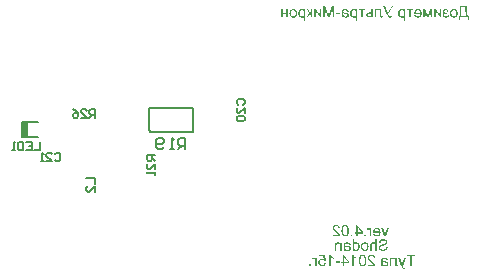
<source format=gbo>
%FSLAX25Y25*%
%MOIN*%
G70*
G01*
G75*
G04 Layer_Color=32896*
%ADD10R,0.02165X0.05906*%
%ADD11R,0.03543X0.03150*%
%ADD12R,0.01969X0.02362*%
%ADD13R,0.01969X0.01969*%
%ADD14R,0.18110X0.16929*%
%ADD15R,0.06299X0.07874*%
%ADD16R,0.07480X0.10236*%
%ADD17R,0.02953X0.07087*%
%ADD18R,0.02362X0.01969*%
%ADD19R,0.04724X0.02362*%
%ADD20R,0.07480X0.09350*%
%ADD21R,0.07480X0.04626*%
%ADD22R,0.07874X0.05807*%
%ADD23R,0.08268X0.05807*%
%ADD24R,0.05433X0.01772*%
%ADD25R,0.03543X0.03543*%
%ADD26R,0.08071X0.08071*%
%ADD27O,0.00787X0.03543*%
%ADD28O,0.03543X0.00787*%
%ADD29R,0.02165X0.03937*%
%ADD30R,0.00984X0.04331*%
%ADD31R,0.04500X0.04500*%
%ADD32R,0.03937X0.14961*%
%ADD33R,0.06693X0.04331*%
%ADD34R,0.03150X0.03543*%
%ADD35R,0.04331X0.06693*%
%ADD36R,0.04331X0.01575*%
%ADD37R,0.05118X0.02362*%
%ADD38R,0.05118X0.02756*%
%ADD39R,0.02756X0.03543*%
%ADD40R,0.02362X0.04528*%
%ADD41R,0.02559X0.04331*%
%ADD42R,0.22441X0.22441*%
%ADD43O,0.03543X0.00984*%
%ADD44O,0.00984X0.03543*%
%ADD45C,0.01181*%
%ADD46C,0.00984*%
%ADD47C,0.01969*%
%ADD48C,0.01575*%
%ADD49R,0.07480X0.06890*%
%ADD50R,0.13780X0.06496*%
G04:AMPARAMS|DCode=51|XSize=59.06mil|YSize=59.06mil|CornerRadius=0mil|HoleSize=0mil|Usage=FLASHONLY|Rotation=90.000|XOffset=0mil|YOffset=0mil|HoleType=Round|Shape=Octagon|*
%AMOCTAGOND51*
4,1,8,0.01476,0.02953,-0.01476,0.02953,-0.02953,0.01476,-0.02953,-0.01476,-0.01476,-0.02953,0.01476,-0.02953,0.02953,-0.01476,0.02953,0.01476,0.01476,0.02953,0.0*
%
%ADD51OCTAGOND51*%

%ADD52R,0.15748X0.07874*%
%ADD53C,0.03937*%
%ADD54R,0.09055X0.07087*%
%ADD55C,0.04724*%
%ADD56C,0.06693*%
%ADD57C,0.02756*%
%ADD58C,0.02441*%
%ADD59C,0.03543*%
%ADD60C,0.01969*%
%ADD61R,0.03150X0.05512*%
%ADD62R,0.06890X0.05906*%
%ADD63R,0.03937X0.05906*%
%ADD64C,0.00787*%
%ADD65C,0.00394*%
%ADD66C,0.00606*%
%ADD67C,0.01000*%
%ADD68C,0.00591*%
%ADD69R,0.02953X0.06693*%
%ADD70R,0.04331X0.03937*%
%ADD71R,0.02756X0.03150*%
%ADD72R,0.02756X0.02756*%
%ADD73R,0.18898X0.17716*%
%ADD74R,0.07087X0.08661*%
%ADD75R,0.08268X0.11024*%
%ADD76R,0.03740X0.07874*%
%ADD77R,0.03150X0.02756*%
%ADD78R,0.05512X0.03150*%
%ADD79R,0.08268X0.10138*%
%ADD80R,0.08268X0.05413*%
%ADD81R,0.08661X0.06594*%
%ADD82R,0.09055X0.06594*%
%ADD83R,0.06221X0.02559*%
%ADD84R,0.04331X0.04331*%
%ADD85R,0.08858X0.08858*%
%ADD86O,0.01575X0.04331*%
%ADD87O,0.04331X0.01575*%
%ADD88R,0.02953X0.04724*%
%ADD89R,0.01772X0.05118*%
%ADD90R,0.05287X0.05287*%
%ADD91R,0.04724X0.15748*%
%ADD92R,0.07480X0.05118*%
%ADD93R,0.03937X0.04331*%
%ADD94R,0.05118X0.07480*%
%ADD95R,0.05906X0.03150*%
%ADD96R,0.05906X0.03543*%
%ADD97R,0.03543X0.04331*%
%ADD98R,0.03150X0.05315*%
%ADD99R,0.03347X0.05118*%
%ADD100R,0.23228X0.23228*%
%ADD101O,0.04331X0.01772*%
%ADD102O,0.01772X0.04331*%
G04:AMPARAMS|DCode=103|XSize=66.93mil|YSize=66.93mil|CornerRadius=0mil|HoleSize=0mil|Usage=FLASHONLY|Rotation=90.000|XOffset=0mil|YOffset=0mil|HoleType=Round|Shape=Octagon|*
%AMOCTAGOND103*
4,1,8,0.01673,0.03347,-0.01673,0.03347,-0.03347,0.01673,-0.03347,-0.01673,-0.01673,-0.03347,0.01673,-0.03347,0.03347,-0.01673,0.03347,0.01673,0.01673,0.03347,0.0*
%
%ADD103OCTAGOND103*%

%ADD104R,0.16535X0.08661*%
%ADD105R,0.09843X0.07874*%
%ADD106C,0.05512*%
%ADD107C,0.07480*%
%ADD108R,0.03937X0.06299*%
%ADD109R,0.07677X0.06693*%
%ADD110R,0.04724X0.06693*%
%ADD111R,0.02165X0.05118*%
G36*
X128139Y-75256D02*
X128242Y-75266D01*
X128334Y-75286D01*
X128421Y-75312D01*
X128503Y-75338D01*
X128579Y-75373D01*
X128646Y-75404D01*
X128712Y-75440D01*
X128769Y-75476D01*
X128815Y-75512D01*
X128861Y-75547D01*
X128892Y-75573D01*
X128922Y-75599D01*
X128943Y-75619D01*
X128953Y-75629D01*
X128958Y-75634D01*
X129020Y-75711D01*
X129076Y-75793D01*
X129122Y-75875D01*
X129163Y-75962D01*
X129199Y-76054D01*
X129225Y-76141D01*
X129250Y-76234D01*
X129265Y-76315D01*
X129281Y-76397D01*
X129291Y-76469D01*
X129301Y-76536D01*
X129306Y-76597D01*
X129312Y-76643D01*
Y-76679D01*
Y-76700D01*
Y-76710D01*
X129306Y-76833D01*
X129296Y-76945D01*
X129281Y-77053D01*
X129255Y-77150D01*
X129230Y-77242D01*
X129199Y-77329D01*
X129168Y-77406D01*
X129138Y-77478D01*
X129107Y-77539D01*
X129071Y-77590D01*
X129045Y-77636D01*
X129020Y-77677D01*
X128994Y-77703D01*
X128979Y-77729D01*
X128969Y-77739D01*
X128963Y-77744D01*
X128897Y-77811D01*
X128820Y-77867D01*
X128743Y-77913D01*
X128666Y-77959D01*
X128585Y-77995D01*
X128508Y-78021D01*
X128431Y-78046D01*
X128354Y-78066D01*
X128282Y-78082D01*
X128221Y-78092D01*
X128160Y-78102D01*
X128108Y-78108D01*
X128067D01*
X128037Y-78113D01*
X128011D01*
X127924Y-78108D01*
X127842Y-78102D01*
X127689Y-78077D01*
X127622Y-78061D01*
X127555Y-78041D01*
X127499Y-78021D01*
X127443Y-77995D01*
X127397Y-77974D01*
X127356Y-77954D01*
X127315Y-77933D01*
X127289Y-77918D01*
X127264Y-77903D01*
X127248Y-77893D01*
X127238Y-77882D01*
X127233D01*
X127125Y-77790D01*
X127038Y-77683D01*
X126967Y-77575D01*
X126905Y-77468D01*
X126864Y-77375D01*
X126849Y-77334D01*
X126833Y-77298D01*
X126823Y-77268D01*
X126818Y-77247D01*
X126813Y-77232D01*
Y-77227D01*
X127289Y-77165D01*
X127330Y-77268D01*
X127381Y-77360D01*
X127427Y-77432D01*
X127473Y-77493D01*
X127515Y-77539D01*
X127545Y-77570D01*
X127566Y-77590D01*
X127576Y-77596D01*
X127648Y-77642D01*
X127719Y-77672D01*
X127791Y-77698D01*
X127863Y-77713D01*
X127919Y-77723D01*
X127970Y-77729D01*
X128011D01*
X128073Y-77723D01*
X128134Y-77718D01*
X128247Y-77693D01*
X128344Y-77652D01*
X128426Y-77611D01*
X128492Y-77570D01*
X128544Y-77529D01*
X128574Y-77503D01*
X128579Y-77493D01*
X128585D01*
X128661Y-77396D01*
X128718Y-77283D01*
X128764Y-77170D01*
X128795Y-77058D01*
X128815Y-76955D01*
X128820Y-76915D01*
X128825Y-76874D01*
X128830Y-76843D01*
X128835Y-76822D01*
Y-76807D01*
Y-76802D01*
X126798D01*
X126793Y-76746D01*
Y-76710D01*
Y-76684D01*
Y-76679D01*
X126798Y-76556D01*
X126808Y-76438D01*
X126823Y-76331D01*
X126849Y-76228D01*
X126874Y-76136D01*
X126900Y-76049D01*
X126936Y-75972D01*
X126967Y-75901D01*
X126997Y-75839D01*
X127028Y-75783D01*
X127059Y-75737D01*
X127084Y-75696D01*
X127110Y-75670D01*
X127125Y-75645D01*
X127136Y-75634D01*
X127141Y-75629D01*
X127207Y-75563D01*
X127279Y-75507D01*
X127351Y-75455D01*
X127427Y-75409D01*
X127504Y-75373D01*
X127576Y-75343D01*
X127648Y-75317D01*
X127719Y-75297D01*
X127786Y-75281D01*
X127847Y-75271D01*
X127899Y-75261D01*
X127945Y-75256D01*
X127986Y-75251D01*
X128037D01*
X128139Y-75256D01*
D02*
G37*
G36*
X131042Y-78051D02*
X130607D01*
X129573Y-75312D01*
X130054D01*
X130658Y-76986D01*
X130699Y-77094D01*
X130735Y-77196D01*
X130761Y-77283D01*
X130786Y-77360D01*
X130807Y-77421D01*
X130822Y-77468D01*
X130827Y-77498D01*
X130832Y-77503D01*
Y-77508D01*
X130863Y-77401D01*
X130894Y-77298D01*
X130924Y-77206D01*
X130950Y-77125D01*
X130971Y-77053D01*
X130991Y-77002D01*
X130996Y-76981D01*
X131001Y-76966D01*
X131006Y-76961D01*
Y-76955D01*
X131600Y-75312D01*
X132087D01*
X131042Y-78051D01*
D02*
G37*
G36*
X115821Y-86856D02*
X114393D01*
Y-86390D01*
X115821D01*
Y-86856D01*
D02*
G37*
G36*
X124335Y-78051D02*
X123808D01*
Y-77524D01*
X124335D01*
Y-78051D01*
D02*
G37*
G36*
X125282Y-75256D02*
X125338Y-75266D01*
X125384Y-75281D01*
X125431Y-75297D01*
X125467Y-75317D01*
X125492Y-75332D01*
X125513Y-75343D01*
X125518Y-75348D01*
X125569Y-75389D01*
X125620Y-75445D01*
X125666Y-75512D01*
X125712Y-75573D01*
X125753Y-75634D01*
X125784Y-75686D01*
X125794Y-75706D01*
X125804Y-75717D01*
X125810Y-75727D01*
Y-75312D01*
X126229D01*
Y-78051D01*
X125763D01*
Y-76623D01*
X125758Y-76515D01*
X125753Y-76413D01*
X125738Y-76321D01*
X125723Y-76239D01*
X125712Y-76172D01*
X125697Y-76121D01*
X125692Y-76106D01*
Y-76090D01*
X125687Y-76085D01*
Y-76080D01*
X125666Y-76024D01*
X125640Y-75972D01*
X125610Y-75926D01*
X125584Y-75890D01*
X125559Y-75860D01*
X125538Y-75839D01*
X125523Y-75829D01*
X125518Y-75824D01*
X125472Y-75793D01*
X125426Y-75773D01*
X125379Y-75752D01*
X125333Y-75742D01*
X125297Y-75737D01*
X125272Y-75732D01*
X125246D01*
X125185Y-75737D01*
X125123Y-75747D01*
X125067Y-75762D01*
X125016Y-75783D01*
X124970Y-75804D01*
X124939Y-75819D01*
X124914Y-75829D01*
X124908Y-75834D01*
X124744Y-75404D01*
X124837Y-75353D01*
X124924Y-75317D01*
X125001Y-75286D01*
X125072Y-75271D01*
X125134Y-75261D01*
X125180Y-75251D01*
X125221D01*
X125282Y-75256D01*
D02*
G37*
G36*
X130741Y-85197D02*
X130859Y-85207D01*
X130966Y-85222D01*
X131058Y-85238D01*
X131135Y-85258D01*
X131166Y-85268D01*
X131191Y-85273D01*
X131212Y-85278D01*
X131227Y-85284D01*
X131232Y-85289D01*
X131237D01*
X131330Y-85330D01*
X131411Y-85371D01*
X131483Y-85417D01*
X131539Y-85463D01*
X131586Y-85504D01*
X131621Y-85535D01*
X131642Y-85555D01*
X131647Y-85565D01*
X131693Y-85637D01*
X131734Y-85714D01*
X131770Y-85790D01*
X131801Y-85867D01*
X131821Y-85934D01*
X131836Y-85990D01*
X131842Y-86006D01*
Y-86021D01*
X131847Y-86031D01*
Y-86036D01*
X131391Y-86098D01*
X131360Y-85995D01*
X131324Y-85913D01*
X131289Y-85842D01*
X131253Y-85785D01*
X131217Y-85744D01*
X131191Y-85714D01*
X131171Y-85698D01*
X131166Y-85693D01*
X131099Y-85652D01*
X131022Y-85627D01*
X130940Y-85606D01*
X130864Y-85591D01*
X130792Y-85581D01*
X130730Y-85575D01*
X130679D01*
X130556Y-85581D01*
X130449Y-85601D01*
X130357Y-85627D01*
X130285Y-85652D01*
X130229Y-85683D01*
X130183Y-85709D01*
X130162Y-85729D01*
X130152Y-85734D01*
X130106Y-85785D01*
X130075Y-85847D01*
X130050Y-85913D01*
X130034Y-85980D01*
X130024Y-86036D01*
X130019Y-86088D01*
Y-86108D01*
Y-86123D01*
Y-86128D01*
Y-86134D01*
Y-86144D01*
Y-86164D01*
Y-86200D01*
X130024Y-86236D01*
Y-86246D01*
Y-86251D01*
X130075Y-86267D01*
X130137Y-86287D01*
X130265Y-86318D01*
X130403Y-86343D01*
X130536Y-86369D01*
X130603Y-86379D01*
X130659Y-86390D01*
X130715Y-86395D01*
X130761Y-86405D01*
X130797Y-86410D01*
X130828D01*
X130848Y-86415D01*
X130853D01*
X130951Y-86425D01*
X131033Y-86441D01*
X131104Y-86451D01*
X131161Y-86461D01*
X131207Y-86466D01*
X131237Y-86477D01*
X131258Y-86482D01*
X131263D01*
X131330Y-86502D01*
X131396Y-86528D01*
X131452Y-86553D01*
X131504Y-86579D01*
X131545Y-86599D01*
X131575Y-86620D01*
X131596Y-86630D01*
X131601Y-86635D01*
X131652Y-86676D01*
X131703Y-86722D01*
X131744Y-86768D01*
X131775Y-86809D01*
X131806Y-86845D01*
X131826Y-86876D01*
X131836Y-86902D01*
X131842Y-86907D01*
X131872Y-86968D01*
X131893Y-87035D01*
X131908Y-87091D01*
X131918Y-87147D01*
X131923Y-87199D01*
X131929Y-87234D01*
Y-87260D01*
Y-87270D01*
X131923Y-87332D01*
X131918Y-87393D01*
X131893Y-87501D01*
X131852Y-87598D01*
X131806Y-87680D01*
X131765Y-87746D01*
X131724Y-87792D01*
X131698Y-87823D01*
X131688Y-87828D01*
Y-87833D01*
X131642Y-87874D01*
X131591Y-87905D01*
X131478Y-87961D01*
X131365Y-87997D01*
X131253Y-88028D01*
X131150Y-88043D01*
X131109Y-88048D01*
X131068D01*
X131038Y-88054D01*
X130997D01*
X130894Y-88048D01*
X130802Y-88038D01*
X130715Y-88028D01*
X130638Y-88007D01*
X130572Y-87992D01*
X130526Y-87982D01*
X130495Y-87972D01*
X130485Y-87967D01*
X130393Y-87926D01*
X130306Y-87880D01*
X130219Y-87823D01*
X130142Y-87772D01*
X130080Y-87726D01*
X130029Y-87685D01*
X130009Y-87670D01*
X129993Y-87659D01*
X129988Y-87649D01*
X129983D01*
X129973Y-87721D01*
X129963Y-87787D01*
X129947Y-87844D01*
X129932Y-87895D01*
X129921Y-87936D01*
X129906Y-87967D01*
X129901Y-87987D01*
X129896Y-87992D01*
X129410D01*
X129440Y-87936D01*
X129466Y-87874D01*
X129486Y-87823D01*
X129502Y-87772D01*
X129512Y-87731D01*
X129522Y-87700D01*
X129527Y-87675D01*
Y-87670D01*
X129532Y-87634D01*
X129537Y-87582D01*
Y-87526D01*
X129543Y-87465D01*
X129548Y-87332D01*
Y-87193D01*
X129553Y-87122D01*
Y-87060D01*
Y-86999D01*
Y-86948D01*
Y-86907D01*
Y-86871D01*
Y-86850D01*
Y-86845D01*
Y-86231D01*
Y-86123D01*
X129558Y-86031D01*
X129563Y-85960D01*
Y-85898D01*
X129568Y-85852D01*
X129573Y-85826D01*
X129578Y-85806D01*
Y-85801D01*
X129594Y-85734D01*
X129619Y-85673D01*
X129640Y-85616D01*
X129666Y-85575D01*
X129686Y-85540D01*
X129707Y-85509D01*
X129717Y-85494D01*
X129722Y-85488D01*
X129763Y-85442D01*
X129814Y-85401D01*
X129870Y-85366D01*
X129921Y-85335D01*
X129968Y-85309D01*
X130009Y-85294D01*
X130034Y-85284D01*
X130039Y-85278D01*
X130044D01*
X130131Y-85248D01*
X130224Y-85227D01*
X130321Y-85212D01*
X130413Y-85202D01*
X130490Y-85197D01*
X130526Y-85192D01*
X130613D01*
X130741Y-85197D01*
D02*
G37*
G36*
X136437Y-2323D02*
X136524Y-2333D01*
X136600Y-2353D01*
X136667Y-2369D01*
X136723Y-2389D01*
X136759Y-2410D01*
X136785Y-2420D01*
X136795Y-2425D01*
X136862Y-2466D01*
X136923Y-2517D01*
X136979Y-2568D01*
X137031Y-2620D01*
X137072Y-2666D01*
X137102Y-2702D01*
X137123Y-2727D01*
X137128Y-2737D01*
Y-2379D01*
X137553D01*
Y-6168D01*
X137087D01*
Y-4837D01*
X137041Y-4888D01*
X136990Y-4939D01*
X136938Y-4980D01*
X136892Y-5016D01*
X136851Y-5041D01*
X136816Y-5067D01*
X136795Y-5077D01*
X136785Y-5082D01*
X136713Y-5113D01*
X136641Y-5139D01*
X136575Y-5154D01*
X136508Y-5169D01*
X136452Y-5174D01*
X136411Y-5179D01*
X136370D01*
X136252Y-5169D01*
X136140Y-5149D01*
X136037Y-5123D01*
X135950Y-5087D01*
X135873Y-5057D01*
X135843Y-5041D01*
X135817Y-5026D01*
X135797Y-5016D01*
X135776Y-5006D01*
X135771Y-5000D01*
X135766D01*
X135663Y-4929D01*
X135576Y-4847D01*
X135500Y-4760D01*
X135438Y-4678D01*
X135392Y-4601D01*
X135356Y-4545D01*
X135346Y-4519D01*
X135336Y-4504D01*
X135331Y-4493D01*
Y-4488D01*
X135280Y-4360D01*
X135244Y-4227D01*
X135213Y-4099D01*
X135198Y-3982D01*
X135187Y-3930D01*
Y-3879D01*
X135182Y-3838D01*
X135177Y-3802D01*
Y-3771D01*
Y-3751D01*
Y-3736D01*
Y-3731D01*
X135182Y-3587D01*
X135198Y-3449D01*
X135223Y-3331D01*
X135244Y-3224D01*
X135259Y-3173D01*
X135269Y-3132D01*
X135285Y-3096D01*
X135295Y-3065D01*
X135300Y-3039D01*
X135310Y-3024D01*
X135315Y-3014D01*
Y-3009D01*
X135372Y-2891D01*
X135438Y-2788D01*
X135505Y-2707D01*
X135571Y-2630D01*
X135628Y-2574D01*
X135674Y-2533D01*
X135710Y-2512D01*
X135715Y-2502D01*
X135720D01*
X135822Y-2440D01*
X135930Y-2394D01*
X136032Y-2364D01*
X136129Y-2338D01*
X136211Y-2328D01*
X136247Y-2323D01*
X136278D01*
X136303Y-2317D01*
X136339D01*
X136437Y-2323D01*
D02*
G37*
G36*
X158007Y-1892D02*
Y-2087D01*
X158012Y-2266D01*
X158017Y-2445D01*
X158028Y-2614D01*
X158038Y-2773D01*
X158048Y-2927D01*
X158063Y-3070D01*
X158079Y-3208D01*
X158094Y-3342D01*
X158115Y-3464D01*
X158135Y-3582D01*
X158151Y-3695D01*
X158171Y-3797D01*
X158197Y-3894D01*
X158217Y-3982D01*
X158238Y-4069D01*
X158258Y-4145D01*
X158279Y-4217D01*
X158299Y-4284D01*
X158319Y-4345D01*
X158340Y-4401D01*
X158361Y-4447D01*
X158381Y-4493D01*
X158396Y-4534D01*
X158427Y-4596D01*
X158448Y-4637D01*
X158463Y-4662D01*
X158468Y-4673D01*
X158760D01*
Y-5999D01*
X158314D01*
Y-5118D01*
X155816D01*
Y-5999D01*
X155370D01*
Y-4673D01*
X155708D01*
Y-1340D01*
X158007D01*
Y-1892D01*
D02*
G37*
G36*
X100325Y-2323D02*
X100417Y-2333D01*
X100499Y-2348D01*
X100581Y-2364D01*
X100658Y-2389D01*
X100730Y-2415D01*
X100791Y-2440D01*
X100853Y-2471D01*
X100909Y-2502D01*
X100955Y-2527D01*
X100996Y-2553D01*
X101032Y-2579D01*
X101057Y-2594D01*
X101078Y-2609D01*
X101088Y-2620D01*
X101093Y-2625D01*
X101165Y-2696D01*
X101232Y-2778D01*
X101288Y-2865D01*
X101334Y-2952D01*
X101375Y-3045D01*
X101411Y-3142D01*
X101436Y-3234D01*
X101462Y-3326D01*
X101477Y-3408D01*
X101493Y-3490D01*
X101498Y-3562D01*
X101508Y-3628D01*
Y-3679D01*
X101513Y-3715D01*
Y-3741D01*
Y-3751D01*
X101508Y-3879D01*
X101498Y-3997D01*
X101482Y-4104D01*
X101457Y-4207D01*
X101431Y-4304D01*
X101400Y-4391D01*
X101370Y-4468D01*
X101334Y-4540D01*
X101303Y-4601D01*
X101272Y-4657D01*
X101242Y-4703D01*
X101216Y-4744D01*
X101191Y-4770D01*
X101175Y-4796D01*
X101165Y-4806D01*
X101160Y-4811D01*
X101093Y-4877D01*
X101016Y-4934D01*
X100945Y-4980D01*
X100868Y-5026D01*
X100786Y-5062D01*
X100709Y-5087D01*
X100638Y-5113D01*
X100566Y-5133D01*
X100494Y-5149D01*
X100433Y-5159D01*
X100376Y-5169D01*
X100330Y-5174D01*
X100289D01*
X100259Y-5179D01*
X100233D01*
X100100Y-5174D01*
X99977Y-5154D01*
X99865Y-5128D01*
X99767Y-5098D01*
X99685Y-5067D01*
X99655Y-5052D01*
X99624Y-5041D01*
X99603Y-5031D01*
X99588Y-5021D01*
X99578Y-5016D01*
X99573D01*
X99465Y-4949D01*
X99368Y-4872D01*
X99291Y-4790D01*
X99225Y-4719D01*
X99173Y-4647D01*
X99137Y-4596D01*
X99122Y-4575D01*
X99112Y-4560D01*
X99107Y-4550D01*
Y-4545D01*
X99081Y-4483D01*
X99055Y-4422D01*
X99015Y-4289D01*
X98989Y-4145D01*
X98968Y-4012D01*
X98963Y-3951D01*
X98958Y-3894D01*
X98953Y-3843D01*
X98948Y-3797D01*
Y-3761D01*
Y-3736D01*
Y-3715D01*
Y-3710D01*
X98953Y-3592D01*
X98963Y-3480D01*
X98979Y-3372D01*
X99004Y-3275D01*
X99030Y-3188D01*
X99061Y-3101D01*
X99091Y-3024D01*
X99127Y-2957D01*
X99158Y-2896D01*
X99194Y-2840D01*
X99225Y-2799D01*
X99250Y-2758D01*
X99276Y-2727D01*
X99291Y-2707D01*
X99301Y-2696D01*
X99306Y-2691D01*
X99378Y-2625D01*
X99450Y-2568D01*
X99527Y-2517D01*
X99603Y-2476D01*
X99680Y-2440D01*
X99757Y-2410D01*
X99834Y-2384D01*
X99905Y-2364D01*
X99972Y-2348D01*
X100033Y-2338D01*
X100090Y-2328D01*
X100141Y-2323D01*
X100177Y-2317D01*
X100233D01*
X100325Y-2323D01*
D02*
G37*
G36*
X114648Y-74268D02*
X114745Y-74273D01*
X114832Y-74288D01*
X114914Y-74309D01*
X114991Y-74329D01*
X115063Y-74349D01*
X115129Y-74375D01*
X115185Y-74401D01*
X115237Y-74431D01*
X115283Y-74457D01*
X115324Y-74477D01*
X115354Y-74498D01*
X115380Y-74518D01*
X115401Y-74534D01*
X115411Y-74539D01*
X115416Y-74544D01*
X115472Y-74600D01*
X115523Y-74662D01*
X115569Y-74723D01*
X115605Y-74790D01*
X115672Y-74923D01*
X115718Y-75056D01*
X115733Y-75112D01*
X115749Y-75169D01*
X115759Y-75220D01*
X115769Y-75266D01*
X115774Y-75302D01*
Y-75327D01*
X115779Y-75348D01*
Y-75353D01*
X115303Y-75404D01*
X115293Y-75281D01*
X115272Y-75169D01*
X115242Y-75071D01*
X115201Y-74994D01*
X115165Y-74933D01*
X115134Y-74887D01*
X115114Y-74861D01*
X115104Y-74851D01*
X115022Y-74785D01*
X114935Y-74733D01*
X114842Y-74698D01*
X114755Y-74672D01*
X114679Y-74657D01*
X114643Y-74651D01*
X114617D01*
X114592Y-74646D01*
X114561D01*
X114448Y-74657D01*
X114346Y-74677D01*
X114259Y-74708D01*
X114182Y-74739D01*
X114126Y-74774D01*
X114080Y-74805D01*
X114054Y-74826D01*
X114044Y-74836D01*
X113977Y-74913D01*
X113926Y-74989D01*
X113890Y-75066D01*
X113870Y-75138D01*
X113854Y-75204D01*
X113849Y-75256D01*
X113844Y-75276D01*
Y-75292D01*
Y-75297D01*
Y-75302D01*
Y-75353D01*
X113854Y-75399D01*
X113880Y-75501D01*
X113916Y-75594D01*
X113952Y-75681D01*
X113993Y-75752D01*
X114028Y-75809D01*
X114044Y-75829D01*
X114054Y-75845D01*
X114059Y-75855D01*
X114064Y-75860D01*
X114110Y-75916D01*
X114162Y-75978D01*
X114223Y-76044D01*
X114289Y-76106D01*
X114423Y-76239D01*
X114566Y-76367D01*
X114632Y-76428D01*
X114694Y-76485D01*
X114750Y-76530D01*
X114802Y-76577D01*
X114842Y-76607D01*
X114873Y-76638D01*
X114894Y-76653D01*
X114899Y-76658D01*
X115037Y-76776D01*
X115160Y-76884D01*
X115262Y-76981D01*
X115349Y-77068D01*
X115421Y-77135D01*
X115467Y-77186D01*
X115488Y-77206D01*
X115498Y-77222D01*
X115503Y-77227D01*
X115508Y-77232D01*
X115580Y-77324D01*
X115646Y-77411D01*
X115698Y-77498D01*
X115738Y-77570D01*
X115774Y-77636D01*
X115795Y-77688D01*
X115805Y-77703D01*
X115810Y-77718D01*
X115815Y-77723D01*
Y-77729D01*
X115836Y-77790D01*
X115851Y-77846D01*
X115856Y-77903D01*
X115861Y-77949D01*
X115866Y-77990D01*
Y-78021D01*
Y-78046D01*
Y-78051D01*
X113363D01*
Y-77606D01*
X115226D01*
X115160Y-77514D01*
X115129Y-77473D01*
X115093Y-77437D01*
X115068Y-77406D01*
X115047Y-77381D01*
X115032Y-77365D01*
X115027Y-77360D01*
X115001Y-77334D01*
X114971Y-77304D01*
X114894Y-77232D01*
X114807Y-77155D01*
X114715Y-77073D01*
X114627Y-77002D01*
X114592Y-76971D01*
X114556Y-76940D01*
X114530Y-76915D01*
X114510Y-76899D01*
X114494Y-76889D01*
X114489Y-76884D01*
X114397Y-76807D01*
X114315Y-76735D01*
X114238Y-76664D01*
X114167Y-76602D01*
X114100Y-76541D01*
X114044Y-76485D01*
X113987Y-76438D01*
X113941Y-76392D01*
X113900Y-76351D01*
X113865Y-76315D01*
X113839Y-76285D01*
X113813Y-76264D01*
X113793Y-76244D01*
X113783Y-76228D01*
X113772Y-76223D01*
Y-76218D01*
X113696Y-76131D01*
X113634Y-76044D01*
X113583Y-75967D01*
X113537Y-75896D01*
X113506Y-75839D01*
X113480Y-75793D01*
X113470Y-75768D01*
X113465Y-75757D01*
X113434Y-75675D01*
X113409Y-75594D01*
X113393Y-75522D01*
X113378Y-75450D01*
X113373Y-75394D01*
X113368Y-75353D01*
Y-75322D01*
Y-75312D01*
X113373Y-75230D01*
X113383Y-75153D01*
X113399Y-75077D01*
X113419Y-75005D01*
X113470Y-74882D01*
X113501Y-74821D01*
X113527Y-74769D01*
X113557Y-74723D01*
X113588Y-74682D01*
X113614Y-74646D01*
X113639Y-74621D01*
X113660Y-74595D01*
X113675Y-74580D01*
X113685Y-74570D01*
X113690Y-74564D01*
X113752Y-74513D01*
X113819Y-74462D01*
X113885Y-74426D01*
X113957Y-74390D01*
X114028Y-74360D01*
X114100Y-74334D01*
X114238Y-74298D01*
X114305Y-74288D01*
X114361Y-74278D01*
X114412Y-74273D01*
X114458Y-74268D01*
X114499Y-74262D01*
X114551D01*
X114648Y-74268D01*
D02*
G37*
G36*
X103157Y-2323D02*
X103244Y-2333D01*
X103321Y-2353D01*
X103387Y-2369D01*
X103443Y-2389D01*
X103479Y-2410D01*
X103505Y-2420D01*
X103515Y-2425D01*
X103582Y-2466D01*
X103643Y-2517D01*
X103699Y-2568D01*
X103751Y-2620D01*
X103791Y-2666D01*
X103822Y-2702D01*
X103843Y-2727D01*
X103848Y-2737D01*
Y-2379D01*
X104273D01*
Y-6168D01*
X103807D01*
Y-4837D01*
X103761Y-4888D01*
X103710Y-4939D01*
X103658Y-4980D01*
X103612Y-5016D01*
X103571Y-5041D01*
X103535Y-5067D01*
X103515Y-5077D01*
X103505Y-5082D01*
X103433Y-5113D01*
X103361Y-5139D01*
X103295Y-5154D01*
X103228Y-5169D01*
X103172Y-5174D01*
X103131Y-5179D01*
X103090D01*
X102972Y-5169D01*
X102860Y-5149D01*
X102757Y-5123D01*
X102670Y-5087D01*
X102593Y-5057D01*
X102563Y-5041D01*
X102537Y-5026D01*
X102517Y-5016D01*
X102496Y-5006D01*
X102491Y-5000D01*
X102486D01*
X102383Y-4929D01*
X102296Y-4847D01*
X102220Y-4760D01*
X102158Y-4678D01*
X102112Y-4601D01*
X102076Y-4545D01*
X102066Y-4519D01*
X102056Y-4504D01*
X102051Y-4493D01*
Y-4488D01*
X101999Y-4360D01*
X101964Y-4227D01*
X101933Y-4099D01*
X101918Y-3982D01*
X101907Y-3930D01*
Y-3879D01*
X101902Y-3838D01*
X101897Y-3802D01*
Y-3771D01*
Y-3751D01*
Y-3736D01*
Y-3731D01*
X101902Y-3587D01*
X101918Y-3449D01*
X101943Y-3331D01*
X101964Y-3224D01*
X101979Y-3173D01*
X101989Y-3132D01*
X102005Y-3096D01*
X102015Y-3065D01*
X102020Y-3039D01*
X102030Y-3024D01*
X102035Y-3014D01*
Y-3009D01*
X102092Y-2891D01*
X102158Y-2788D01*
X102225Y-2707D01*
X102291Y-2630D01*
X102348Y-2574D01*
X102394Y-2533D01*
X102430Y-2512D01*
X102435Y-2502D01*
X102440D01*
X102542Y-2440D01*
X102650Y-2394D01*
X102752Y-2364D01*
X102849Y-2338D01*
X102931Y-2328D01*
X102967Y-2323D01*
X102998D01*
X103024Y-2317D01*
X103059D01*
X103157Y-2323D01*
D02*
G37*
G36*
X120437D02*
X120524Y-2333D01*
X120600Y-2353D01*
X120667Y-2369D01*
X120723Y-2389D01*
X120759Y-2410D01*
X120785Y-2420D01*
X120795Y-2425D01*
X120862Y-2466D01*
X120923Y-2517D01*
X120979Y-2568D01*
X121031Y-2620D01*
X121072Y-2666D01*
X121102Y-2702D01*
X121123Y-2727D01*
X121128Y-2737D01*
Y-2379D01*
X121553D01*
Y-6168D01*
X121087D01*
Y-4837D01*
X121041Y-4888D01*
X120990Y-4939D01*
X120938Y-4980D01*
X120892Y-5016D01*
X120851Y-5041D01*
X120816Y-5067D01*
X120795Y-5077D01*
X120785Y-5082D01*
X120713Y-5113D01*
X120641Y-5139D01*
X120575Y-5154D01*
X120508Y-5169D01*
X120452Y-5174D01*
X120411Y-5179D01*
X120370D01*
X120252Y-5169D01*
X120140Y-5149D01*
X120037Y-5123D01*
X119950Y-5087D01*
X119873Y-5057D01*
X119843Y-5041D01*
X119817Y-5026D01*
X119797Y-5016D01*
X119776Y-5006D01*
X119771Y-5000D01*
X119766D01*
X119664Y-4929D01*
X119577Y-4847D01*
X119500Y-4760D01*
X119438Y-4678D01*
X119392Y-4601D01*
X119356Y-4545D01*
X119346Y-4519D01*
X119336Y-4504D01*
X119331Y-4493D01*
Y-4488D01*
X119280Y-4360D01*
X119244Y-4227D01*
X119213Y-4099D01*
X119198Y-3982D01*
X119187Y-3930D01*
Y-3879D01*
X119182Y-3838D01*
X119177Y-3802D01*
Y-3771D01*
Y-3751D01*
Y-3736D01*
Y-3731D01*
X119182Y-3587D01*
X119198Y-3449D01*
X119223Y-3331D01*
X119244Y-3224D01*
X119259Y-3173D01*
X119269Y-3132D01*
X119285Y-3096D01*
X119295Y-3065D01*
X119300Y-3039D01*
X119310Y-3024D01*
X119315Y-3014D01*
Y-3009D01*
X119372Y-2891D01*
X119438Y-2788D01*
X119505Y-2707D01*
X119571Y-2630D01*
X119628Y-2574D01*
X119674Y-2533D01*
X119710Y-2512D01*
X119715Y-2502D01*
X119720D01*
X119822Y-2440D01*
X119930Y-2394D01*
X120032Y-2364D01*
X120129Y-2338D01*
X120211Y-2328D01*
X120247Y-2323D01*
X120278D01*
X120303Y-2317D01*
X120339D01*
X120437Y-2323D01*
D02*
G37*
G36*
X123291Y-76720D02*
Y-77145D01*
X121652D01*
Y-78051D01*
X121186D01*
Y-77145D01*
X120674D01*
Y-76720D01*
X121186D01*
Y-74273D01*
X121565D01*
X123291Y-76720D01*
D02*
G37*
G36*
X130362Y-79034D02*
X130490Y-79049D01*
X130607Y-79070D01*
X130710Y-79096D01*
X130756Y-79106D01*
X130797Y-79121D01*
X130833Y-79131D01*
X130858Y-79141D01*
X130884Y-79152D01*
X130899Y-79157D01*
X130910Y-79162D01*
X130915D01*
X131022Y-79213D01*
X131120Y-79275D01*
X131201Y-79336D01*
X131268Y-79397D01*
X131324Y-79454D01*
X131360Y-79500D01*
X131381Y-79531D01*
X131391Y-79536D01*
Y-79541D01*
X131442Y-79633D01*
X131483Y-79725D01*
X131509Y-79817D01*
X131529Y-79899D01*
X131539Y-79971D01*
X131544Y-80022D01*
X131550Y-80043D01*
Y-80058D01*
Y-80068D01*
Y-80073D01*
X131544Y-80171D01*
X131529Y-80258D01*
X131509Y-80335D01*
X131483Y-80406D01*
X131463Y-80462D01*
X131442Y-80509D01*
X131427Y-80534D01*
X131422Y-80544D01*
X131365Y-80621D01*
X131304Y-80688D01*
X131237Y-80749D01*
X131171Y-80800D01*
X131109Y-80841D01*
X131063Y-80872D01*
X131043Y-80882D01*
X131027Y-80893D01*
X131022Y-80898D01*
X131017D01*
X130976Y-80918D01*
X130925Y-80939D01*
X130812Y-80985D01*
X130694Y-81026D01*
X130577Y-81062D01*
X130464Y-81092D01*
X130418Y-81103D01*
X130372Y-81118D01*
X130341Y-81128D01*
X130310Y-81133D01*
X130295Y-81138D01*
X130290D01*
X130198Y-81159D01*
X130111Y-81179D01*
X130034Y-81200D01*
X129962Y-81220D01*
X129901Y-81236D01*
X129845Y-81251D01*
X129798Y-81261D01*
X129757Y-81271D01*
X129722Y-81282D01*
X129691Y-81292D01*
X129665Y-81302D01*
X129645Y-81307D01*
X129619Y-81312D01*
X129614Y-81318D01*
X129532Y-81353D01*
X129461Y-81389D01*
X129404Y-81430D01*
X129358Y-81466D01*
X129322Y-81497D01*
X129297Y-81522D01*
X129281Y-81538D01*
X129276Y-81543D01*
X129240Y-81594D01*
X129215Y-81645D01*
X129194Y-81696D01*
X129184Y-81743D01*
X129174Y-81789D01*
X129169Y-81819D01*
Y-81840D01*
Y-81850D01*
X129174Y-81911D01*
X129184Y-81973D01*
X129205Y-82029D01*
X129220Y-82075D01*
X129240Y-82116D01*
X129261Y-82147D01*
X129271Y-82168D01*
X129276Y-82173D01*
X129322Y-82224D01*
X129374Y-82270D01*
X129425Y-82311D01*
X129481Y-82347D01*
X129527Y-82372D01*
X129568Y-82393D01*
X129594Y-82403D01*
X129599Y-82408D01*
X129604D01*
X129691Y-82434D01*
X129778Y-82454D01*
X129860Y-82469D01*
X129942Y-82480D01*
X130008Y-82485D01*
X130065Y-82490D01*
X130111D01*
X130229Y-82485D01*
X130336Y-82475D01*
X130433Y-82454D01*
X130520Y-82434D01*
X130592Y-82413D01*
X130643Y-82393D01*
X130664Y-82388D01*
X130679Y-82383D01*
X130684Y-82377D01*
X130689D01*
X130781Y-82331D01*
X130858Y-82285D01*
X130920Y-82234D01*
X130976Y-82188D01*
X131017Y-82147D01*
X131043Y-82116D01*
X131063Y-82096D01*
X131068Y-82086D01*
X131109Y-82014D01*
X131145Y-81932D01*
X131171Y-81855D01*
X131191Y-81778D01*
X131207Y-81717D01*
X131217Y-81661D01*
Y-81640D01*
X131222Y-81625D01*
Y-81620D01*
Y-81615D01*
X131693Y-81656D01*
X131683Y-81794D01*
X131657Y-81927D01*
X131621Y-82039D01*
X131585Y-82142D01*
X131570Y-82188D01*
X131550Y-82224D01*
X131534Y-82260D01*
X131519Y-82290D01*
X131503Y-82311D01*
X131498Y-82326D01*
X131488Y-82336D01*
Y-82341D01*
X131411Y-82444D01*
X131319Y-82536D01*
X131232Y-82613D01*
X131145Y-82674D01*
X131063Y-82726D01*
X131032Y-82741D01*
X131002Y-82761D01*
X130976Y-82772D01*
X130961Y-82782D01*
X130950Y-82787D01*
X130945D01*
X130807Y-82838D01*
X130664Y-82874D01*
X130520Y-82900D01*
X130382Y-82915D01*
X130321Y-82925D01*
X130264D01*
X130213Y-82930D01*
X130172Y-82936D01*
X130085D01*
X129937Y-82930D01*
X129798Y-82915D01*
X129676Y-82889D01*
X129568Y-82864D01*
X129522Y-82848D01*
X129481Y-82838D01*
X129445Y-82823D01*
X129414Y-82813D01*
X129389Y-82807D01*
X129374Y-82797D01*
X129363Y-82792D01*
X129358D01*
X129246Y-82731D01*
X129143Y-82664D01*
X129061Y-82598D01*
X128990Y-82531D01*
X128933Y-82469D01*
X128892Y-82424D01*
X128872Y-82388D01*
X128862Y-82383D01*
Y-82377D01*
X128805Y-82275D01*
X128759Y-82178D01*
X128728Y-82080D01*
X128708Y-81993D01*
X128698Y-81917D01*
X128688Y-81860D01*
Y-81840D01*
Y-81824D01*
Y-81814D01*
Y-81809D01*
X128693Y-81701D01*
X128713Y-81599D01*
X128739Y-81507D01*
X128764Y-81430D01*
X128795Y-81364D01*
X128821Y-81318D01*
X128841Y-81287D01*
X128846Y-81277D01*
X128913Y-81190D01*
X128990Y-81118D01*
X129071Y-81051D01*
X129148Y-80995D01*
X129220Y-80949D01*
X129276Y-80913D01*
X129302Y-80903D01*
X129317Y-80893D01*
X129327Y-80888D01*
X129333D01*
X129379Y-80867D01*
X129435Y-80847D01*
X129496Y-80826D01*
X129563Y-80805D01*
X129701Y-80765D01*
X129840Y-80729D01*
X129906Y-80713D01*
X129967Y-80698D01*
X130024Y-80683D01*
X130075Y-80667D01*
X130116Y-80662D01*
X130147Y-80652D01*
X130167Y-80647D01*
X130172D01*
X130280Y-80621D01*
X130377Y-80596D01*
X130469Y-80570D01*
X130546Y-80544D01*
X130618Y-80524D01*
X130679Y-80503D01*
X130730Y-80483D01*
X130776Y-80462D01*
X130817Y-80442D01*
X130848Y-80427D01*
X130874Y-80416D01*
X130894Y-80401D01*
X130910Y-80391D01*
X130920Y-80386D01*
X130925Y-80381D01*
X130971Y-80329D01*
X131007Y-80273D01*
X131032Y-80217D01*
X131048Y-80160D01*
X131058Y-80114D01*
X131068Y-80079D01*
Y-80053D01*
Y-80043D01*
X131058Y-79956D01*
X131038Y-79879D01*
X131002Y-79812D01*
X130966Y-79756D01*
X130930Y-79710D01*
X130894Y-79674D01*
X130874Y-79648D01*
X130863Y-79643D01*
X130823Y-79613D01*
X130776Y-79587D01*
X130674Y-79546D01*
X130567Y-79515D01*
X130454Y-79495D01*
X130357Y-79485D01*
X130316Y-79479D01*
X130275Y-79474D01*
X130203D01*
X130049Y-79485D01*
X129916Y-79505D01*
X129804Y-79531D01*
X129711Y-79567D01*
X129640Y-79602D01*
X129614Y-79618D01*
X129589Y-79628D01*
X129568Y-79643D01*
X129558Y-79648D01*
X129548Y-79659D01*
X129471Y-79735D01*
X129409Y-79822D01*
X129363Y-79909D01*
X129327Y-79997D01*
X129307Y-80073D01*
X129297Y-80109D01*
X129292Y-80140D01*
X129287Y-80160D01*
X129281Y-80181D01*
Y-80191D01*
Y-80196D01*
X128800Y-80160D01*
X128810Y-80037D01*
X128836Y-79925D01*
X128867Y-79828D01*
X128902Y-79741D01*
X128933Y-79669D01*
X128964Y-79613D01*
X128974Y-79592D01*
X128984Y-79577D01*
X128990Y-79572D01*
Y-79567D01*
X129061Y-79474D01*
X129138Y-79392D01*
X129220Y-79321D01*
X129297Y-79264D01*
X129368Y-79224D01*
X129430Y-79193D01*
X129450Y-79182D01*
X129466Y-79172D01*
X129476Y-79167D01*
X129481D01*
X129604Y-79121D01*
X129732Y-79085D01*
X129860Y-79065D01*
X129973Y-79044D01*
X130024Y-79039D01*
X130075Y-79034D01*
X130116D01*
X130152Y-79029D01*
X130224D01*
X130362Y-79034D01*
D02*
G37*
G36*
X115145Y-80079D02*
X115242Y-80094D01*
X115334Y-80114D01*
X115416Y-80145D01*
X115493Y-80181D01*
X115565Y-80217D01*
X115631Y-80258D01*
X115688Y-80299D01*
X115739Y-80345D01*
X115785Y-80386D01*
X115821Y-80422D01*
X115852Y-80457D01*
X115877Y-80488D01*
X115893Y-80509D01*
X115903Y-80524D01*
X115908Y-80529D01*
Y-80135D01*
X116328D01*
Y-82874D01*
X115862D01*
Y-81384D01*
Y-81287D01*
X115852Y-81200D01*
X115841Y-81123D01*
X115831Y-81051D01*
X115811Y-80985D01*
X115795Y-80923D01*
X115775Y-80872D01*
X115754Y-80826D01*
X115739Y-80790D01*
X115718Y-80754D01*
X115698Y-80729D01*
X115683Y-80703D01*
X115672Y-80688D01*
X115662Y-80677D01*
X115652Y-80667D01*
X115570Y-80606D01*
X115483Y-80560D01*
X115396Y-80524D01*
X115314Y-80503D01*
X115247Y-80488D01*
X115191Y-80483D01*
X115171Y-80478D01*
X115140D01*
X115073Y-80483D01*
X115012Y-80493D01*
X114961Y-80503D01*
X114910Y-80519D01*
X114874Y-80539D01*
X114848Y-80550D01*
X114828Y-80560D01*
X114822Y-80565D01*
X114776Y-80596D01*
X114735Y-80637D01*
X114700Y-80672D01*
X114674Y-80708D01*
X114654Y-80739D01*
X114638Y-80765D01*
X114628Y-80785D01*
Y-80790D01*
X114608Y-80847D01*
X114597Y-80913D01*
X114587Y-80985D01*
X114577Y-81051D01*
Y-81113D01*
X114572Y-81164D01*
Y-81184D01*
Y-81200D01*
Y-81205D01*
Y-81210D01*
Y-82874D01*
X114106D01*
Y-81195D01*
Y-81082D01*
X114111Y-80985D01*
X114116Y-80908D01*
X114121Y-80847D01*
X114126Y-80800D01*
X114131Y-80765D01*
X114136Y-80744D01*
Y-80739D01*
X114152Y-80667D01*
X114177Y-80606D01*
X114198Y-80544D01*
X114224Y-80498D01*
X114244Y-80457D01*
X114264Y-80427D01*
X114275Y-80406D01*
X114280Y-80401D01*
X114321Y-80350D01*
X114372Y-80304D01*
X114423Y-80263D01*
X114474Y-80227D01*
X114520Y-80201D01*
X114556Y-80181D01*
X114582Y-80171D01*
X114592Y-80165D01*
X114669Y-80135D01*
X114751Y-80114D01*
X114822Y-80094D01*
X114894Y-80084D01*
X114956Y-80079D01*
X115002Y-80073D01*
X115043D01*
X115145Y-80079D01*
D02*
G37*
G36*
X120245Y-84295D02*
X120311Y-84388D01*
X120378Y-84470D01*
X120444Y-84546D01*
X120511Y-84613D01*
X120562Y-84664D01*
X120583Y-84685D01*
X120593Y-84700D01*
X120603Y-84705D01*
X120608Y-84710D01*
X120721Y-84802D01*
X120834Y-84889D01*
X120946Y-84966D01*
X121049Y-85028D01*
X121141Y-85079D01*
X121182Y-85099D01*
X121212Y-85120D01*
X121243Y-85130D01*
X121264Y-85140D01*
X121274Y-85150D01*
X121279D01*
Y-85601D01*
X121197Y-85565D01*
X121115Y-85529D01*
X121033Y-85488D01*
X120956Y-85448D01*
X120895Y-85417D01*
X120844Y-85386D01*
X120823Y-85376D01*
X120808Y-85366D01*
X120803Y-85360D01*
X120798D01*
X120700Y-85299D01*
X120613Y-85243D01*
X120537Y-85192D01*
X120475Y-85140D01*
X120424Y-85099D01*
X120388Y-85069D01*
X120362Y-85048D01*
X120357Y-85043D01*
Y-87992D01*
X119891D01*
Y-84203D01*
X120194D01*
X120245Y-84295D01*
D02*
G37*
G36*
X126348Y-84209D02*
X126445Y-84214D01*
X126532Y-84229D01*
X126614Y-84249D01*
X126691Y-84270D01*
X126762Y-84290D01*
X126829Y-84316D01*
X126885Y-84342D01*
X126937Y-84372D01*
X126983Y-84398D01*
X127024Y-84418D01*
X127054Y-84439D01*
X127080Y-84459D01*
X127100Y-84475D01*
X127111Y-84480D01*
X127116Y-84485D01*
X127172Y-84541D01*
X127223Y-84603D01*
X127269Y-84664D01*
X127305Y-84731D01*
X127372Y-84864D01*
X127418Y-84997D01*
X127433Y-85053D01*
X127449Y-85110D01*
X127459Y-85161D01*
X127469Y-85207D01*
X127474Y-85243D01*
Y-85268D01*
X127479Y-85289D01*
Y-85294D01*
X127003Y-85345D01*
X126993Y-85222D01*
X126972Y-85110D01*
X126942Y-85012D01*
X126901Y-84935D01*
X126865Y-84874D01*
X126834Y-84828D01*
X126814Y-84802D01*
X126803Y-84792D01*
X126722Y-84726D01*
X126635Y-84674D01*
X126542Y-84639D01*
X126455Y-84613D01*
X126379Y-84598D01*
X126343Y-84592D01*
X126317D01*
X126291Y-84587D01*
X126261D01*
X126148Y-84598D01*
X126046Y-84618D01*
X125959Y-84649D01*
X125882Y-84680D01*
X125826Y-84715D01*
X125779Y-84746D01*
X125754Y-84767D01*
X125744Y-84777D01*
X125677Y-84854D01*
X125626Y-84930D01*
X125590Y-85007D01*
X125569Y-85079D01*
X125554Y-85145D01*
X125549Y-85197D01*
X125544Y-85217D01*
Y-85232D01*
Y-85238D01*
Y-85243D01*
Y-85294D01*
X125554Y-85340D01*
X125580Y-85442D01*
X125616Y-85535D01*
X125651Y-85622D01*
X125692Y-85693D01*
X125728Y-85750D01*
X125744Y-85770D01*
X125754Y-85785D01*
X125759Y-85796D01*
X125764Y-85801D01*
X125810Y-85857D01*
X125861Y-85918D01*
X125923Y-85985D01*
X125989Y-86046D01*
X126122Y-86180D01*
X126266Y-86308D01*
X126332Y-86369D01*
X126394Y-86425D01*
X126450Y-86471D01*
X126501Y-86518D01*
X126542Y-86548D01*
X126573Y-86579D01*
X126593Y-86594D01*
X126599Y-86599D01*
X126737Y-86717D01*
X126860Y-86825D01*
X126962Y-86922D01*
X127049Y-87009D01*
X127121Y-87076D01*
X127167Y-87127D01*
X127187Y-87147D01*
X127198Y-87163D01*
X127203Y-87168D01*
X127208Y-87173D01*
X127280Y-87265D01*
X127346Y-87352D01*
X127397Y-87439D01*
X127438Y-87511D01*
X127474Y-87577D01*
X127495Y-87629D01*
X127505Y-87644D01*
X127510Y-87659D01*
X127515Y-87664D01*
Y-87670D01*
X127536Y-87731D01*
X127551Y-87787D01*
X127556Y-87844D01*
X127561Y-87890D01*
X127566Y-87931D01*
Y-87961D01*
Y-87987D01*
Y-87992D01*
X125063D01*
Y-87547D01*
X126926D01*
X126860Y-87454D01*
X126829Y-87414D01*
X126793Y-87378D01*
X126768Y-87347D01*
X126747Y-87321D01*
X126732Y-87306D01*
X126727Y-87301D01*
X126701Y-87275D01*
X126670Y-87245D01*
X126593Y-87173D01*
X126506Y-87096D01*
X126414Y-87014D01*
X126327Y-86942D01*
X126291Y-86912D01*
X126256Y-86881D01*
X126230Y-86856D01*
X126209Y-86840D01*
X126194Y-86830D01*
X126189Y-86825D01*
X126097Y-86748D01*
X126015Y-86676D01*
X125938Y-86605D01*
X125866Y-86543D01*
X125800Y-86482D01*
X125744Y-86425D01*
X125687Y-86379D01*
X125641Y-86333D01*
X125600Y-86292D01*
X125564Y-86256D01*
X125539Y-86226D01*
X125513Y-86205D01*
X125493Y-86185D01*
X125482Y-86169D01*
X125472Y-86164D01*
Y-86159D01*
X125395Y-86072D01*
X125334Y-85985D01*
X125283Y-85908D01*
X125237Y-85837D01*
X125206Y-85780D01*
X125180Y-85734D01*
X125170Y-85709D01*
X125165Y-85698D01*
X125134Y-85616D01*
X125109Y-85535D01*
X125093Y-85463D01*
X125078Y-85391D01*
X125073Y-85335D01*
X125068Y-85294D01*
Y-85263D01*
Y-85253D01*
X125073Y-85171D01*
X125083Y-85094D01*
X125099Y-85017D01*
X125119Y-84946D01*
X125170Y-84823D01*
X125201Y-84761D01*
X125226Y-84710D01*
X125257Y-84664D01*
X125288Y-84623D01*
X125313Y-84587D01*
X125339Y-84562D01*
X125360Y-84536D01*
X125375Y-84521D01*
X125385Y-84510D01*
X125390Y-84505D01*
X125452Y-84454D01*
X125518Y-84403D01*
X125585Y-84367D01*
X125657Y-84331D01*
X125728Y-84301D01*
X125800Y-84275D01*
X125938Y-84239D01*
X126005Y-84229D01*
X126061Y-84219D01*
X126112Y-84214D01*
X126158Y-84209D01*
X126199Y-84203D01*
X126251D01*
X126348Y-84209D01*
D02*
G37*
G36*
X120460Y-80452D02*
X120511Y-80391D01*
X120562Y-80340D01*
X120613Y-80294D01*
X120664Y-80253D01*
X120711Y-80222D01*
X120746Y-80201D01*
X120767Y-80186D01*
X120777Y-80181D01*
X120854Y-80145D01*
X120925Y-80120D01*
X121002Y-80099D01*
X121069Y-80089D01*
X121130Y-80079D01*
X121176Y-80073D01*
X121217D01*
X121340Y-80079D01*
X121453Y-80099D01*
X121560Y-80130D01*
X121648Y-80160D01*
X121724Y-80196D01*
X121755Y-80212D01*
X121781Y-80222D01*
X121801Y-80237D01*
X121816Y-80242D01*
X121822Y-80253D01*
X121827D01*
X121924Y-80324D01*
X122006Y-80406D01*
X122078Y-80493D01*
X122134Y-80575D01*
X122180Y-80652D01*
X122211Y-80708D01*
X122221Y-80734D01*
X122231Y-80749D01*
X122236Y-80760D01*
Y-80765D01*
X122282Y-80893D01*
X122313Y-81021D01*
X122339Y-81143D01*
X122354Y-81261D01*
X122359Y-81312D01*
X122364Y-81358D01*
Y-81400D01*
X122369Y-81435D01*
Y-81466D01*
Y-81486D01*
Y-81502D01*
Y-81507D01*
X122364Y-81661D01*
X122344Y-81804D01*
X122323Y-81932D01*
X122293Y-82039D01*
X122282Y-82086D01*
X122267Y-82132D01*
X122257Y-82168D01*
X122241Y-82198D01*
X122236Y-82224D01*
X122226Y-82239D01*
X122221Y-82249D01*
Y-82254D01*
X122160Y-82367D01*
X122093Y-82469D01*
X122021Y-82557D01*
X121955Y-82628D01*
X121893Y-82685D01*
X121842Y-82726D01*
X121822Y-82736D01*
X121806Y-82746D01*
X121801Y-82756D01*
X121796D01*
X121688Y-82818D01*
X121586Y-82859D01*
X121484Y-82889D01*
X121391Y-82915D01*
X121309Y-82925D01*
X121274Y-82930D01*
X121248D01*
X121222Y-82936D01*
X121192D01*
X121100Y-82930D01*
X121013Y-82920D01*
X120931Y-82900D01*
X120859Y-82869D01*
X120787Y-82838D01*
X120726Y-82807D01*
X120670Y-82766D01*
X120618Y-82731D01*
X120572Y-82695D01*
X120531Y-82654D01*
X120501Y-82623D01*
X120470Y-82587D01*
X120449Y-82562D01*
X120434Y-82541D01*
X120429Y-82531D01*
X120424Y-82526D01*
Y-82874D01*
X119994D01*
Y-79096D01*
X120460D01*
Y-80452D01*
D02*
G37*
G36*
X124115Y-80079D02*
X124207Y-80089D01*
X124289Y-80104D01*
X124371Y-80120D01*
X124448Y-80145D01*
X124520Y-80171D01*
X124581Y-80196D01*
X124643Y-80227D01*
X124699Y-80258D01*
X124745Y-80283D01*
X124786Y-80309D01*
X124822Y-80335D01*
X124847Y-80350D01*
X124868Y-80365D01*
X124878Y-80375D01*
X124883Y-80381D01*
X124955Y-80452D01*
X125022Y-80534D01*
X125078Y-80621D01*
X125124Y-80708D01*
X125165Y-80800D01*
X125201Y-80898D01*
X125226Y-80990D01*
X125252Y-81082D01*
X125267Y-81164D01*
X125283Y-81246D01*
X125288Y-81318D01*
X125298Y-81384D01*
Y-81435D01*
X125303Y-81471D01*
Y-81497D01*
Y-81507D01*
X125298Y-81635D01*
X125288Y-81753D01*
X125272Y-81860D01*
X125247Y-81963D01*
X125221Y-82060D01*
X125190Y-82147D01*
X125160Y-82224D01*
X125124Y-82296D01*
X125093Y-82357D01*
X125063Y-82413D01*
X125032Y-82459D01*
X125006Y-82500D01*
X124981Y-82526D01*
X124965Y-82551D01*
X124955Y-82562D01*
X124950Y-82567D01*
X124883Y-82633D01*
X124806Y-82690D01*
X124735Y-82736D01*
X124658Y-82782D01*
X124576Y-82818D01*
X124499Y-82843D01*
X124428Y-82869D01*
X124356Y-82889D01*
X124284Y-82905D01*
X124223Y-82915D01*
X124167Y-82925D01*
X124120Y-82930D01*
X124080D01*
X124049Y-82936D01*
X124023D01*
X123890Y-82930D01*
X123767Y-82910D01*
X123654Y-82884D01*
X123557Y-82854D01*
X123475Y-82823D01*
X123445Y-82807D01*
X123414Y-82797D01*
X123393Y-82787D01*
X123378Y-82777D01*
X123368Y-82772D01*
X123363D01*
X123255Y-82705D01*
X123158Y-82628D01*
X123081Y-82546D01*
X123014Y-82475D01*
X122963Y-82403D01*
X122927Y-82352D01*
X122912Y-82331D01*
X122902Y-82316D01*
X122897Y-82306D01*
Y-82301D01*
X122871Y-82239D01*
X122846Y-82178D01*
X122805Y-82045D01*
X122779Y-81901D01*
X122758Y-81768D01*
X122753Y-81707D01*
X122748Y-81650D01*
X122743Y-81599D01*
X122738Y-81553D01*
Y-81517D01*
Y-81492D01*
Y-81471D01*
Y-81466D01*
X122743Y-81348D01*
X122753Y-81236D01*
X122769Y-81128D01*
X122794Y-81031D01*
X122820Y-80944D01*
X122851Y-80857D01*
X122881Y-80780D01*
X122917Y-80713D01*
X122948Y-80652D01*
X122984Y-80596D01*
X123014Y-80555D01*
X123040Y-80514D01*
X123066Y-80483D01*
X123081Y-80462D01*
X123091Y-80452D01*
X123096Y-80447D01*
X123168Y-80381D01*
X123240Y-80324D01*
X123317Y-80273D01*
X123393Y-80232D01*
X123470Y-80196D01*
X123547Y-80165D01*
X123624Y-80140D01*
X123696Y-80120D01*
X123762Y-80104D01*
X123823Y-80094D01*
X123880Y-80084D01*
X123931Y-80079D01*
X123967Y-80073D01*
X124023D01*
X124115Y-80079D01*
D02*
G37*
G36*
X128063Y-82874D02*
X127597D01*
Y-81379D01*
X127592Y-81266D01*
X127587Y-81164D01*
X127576Y-81077D01*
X127561Y-81005D01*
X127546Y-80949D01*
X127535Y-80908D01*
X127530Y-80882D01*
X127525Y-80872D01*
X127495Y-80805D01*
X127453Y-80749D01*
X127413Y-80698D01*
X127366Y-80657D01*
X127331Y-80626D01*
X127300Y-80601D01*
X127279Y-80585D01*
X127269Y-80580D01*
X127198Y-80544D01*
X127131Y-80519D01*
X127064Y-80498D01*
X127003Y-80488D01*
X126957Y-80478D01*
X126916Y-80473D01*
X126880D01*
X126783Y-80478D01*
X126701Y-80498D01*
X126629Y-80524D01*
X126568Y-80550D01*
X126522Y-80580D01*
X126486Y-80606D01*
X126465Y-80626D01*
X126460Y-80632D01*
X126409Y-80698D01*
X126373Y-80780D01*
X126342Y-80862D01*
X126327Y-80944D01*
X126317Y-81021D01*
X126307Y-81082D01*
Y-81103D01*
Y-81123D01*
Y-81133D01*
Y-81138D01*
Y-82874D01*
X125841D01*
Y-81143D01*
X125846Y-81000D01*
X125856Y-80877D01*
X125872Y-80770D01*
X125887Y-80683D01*
X125907Y-80616D01*
X125923Y-80570D01*
X125933Y-80539D01*
X125938Y-80529D01*
X125979Y-80452D01*
X126030Y-80386D01*
X126081Y-80329D01*
X126138Y-80283D01*
X126184Y-80242D01*
X126225Y-80217D01*
X126250Y-80201D01*
X126256Y-80196D01*
X126261D01*
X126348Y-80155D01*
X126435Y-80125D01*
X126522Y-80104D01*
X126604Y-80089D01*
X126675Y-80079D01*
X126732Y-80073D01*
X126783D01*
X126875Y-80079D01*
X126957Y-80089D01*
X127039Y-80109D01*
X127116Y-80135D01*
X127187Y-80160D01*
X127254Y-80191D01*
X127320Y-80227D01*
X127372Y-80263D01*
X127423Y-80299D01*
X127469Y-80335D01*
X127505Y-80365D01*
X127541Y-80391D01*
X127566Y-80416D01*
X127582Y-80437D01*
X127592Y-80447D01*
X127597Y-80452D01*
Y-79096D01*
X128063D01*
Y-82874D01*
D02*
G37*
G36*
X117653Y-74273D02*
X117786Y-74298D01*
X117904Y-74334D01*
X118001Y-74370D01*
X118043Y-74390D01*
X118083Y-74411D01*
X118114Y-74431D01*
X118140Y-74447D01*
X118160Y-74462D01*
X118176Y-74472D01*
X118186Y-74477D01*
X118191Y-74483D01*
X118288Y-74575D01*
X118370Y-74672D01*
X118442Y-74779D01*
X118498Y-74882D01*
X118544Y-74969D01*
X118560Y-75010D01*
X118575Y-75046D01*
X118585Y-75071D01*
X118595Y-75092D01*
X118600Y-75107D01*
Y-75112D01*
X118626Y-75194D01*
X118647Y-75276D01*
X118677Y-75455D01*
X118703Y-75634D01*
X118718Y-75804D01*
X118723Y-75885D01*
X118728Y-75957D01*
Y-76024D01*
X118734Y-76080D01*
Y-76126D01*
Y-76162D01*
Y-76182D01*
Y-76193D01*
X118728Y-76382D01*
X118718Y-76561D01*
X118698Y-76730D01*
X118677Y-76879D01*
X118647Y-77017D01*
X118616Y-77145D01*
X118585Y-77258D01*
X118549Y-77360D01*
X118514Y-77447D01*
X118483Y-77524D01*
X118452Y-77585D01*
X118421Y-77636D01*
X118401Y-77677D01*
X118380Y-77708D01*
X118370Y-77723D01*
X118365Y-77729D01*
X118304Y-77795D01*
X118237Y-77857D01*
X118170Y-77908D01*
X118099Y-77949D01*
X118027Y-77990D01*
X117955Y-78021D01*
X117884Y-78046D01*
X117817Y-78066D01*
X117756Y-78082D01*
X117694Y-78092D01*
X117643Y-78102D01*
X117597Y-78108D01*
X117556D01*
X117530Y-78113D01*
X117505D01*
X117428Y-78108D01*
X117356Y-78102D01*
X117223Y-78077D01*
X117105Y-78041D01*
X117008Y-78000D01*
X116962Y-77979D01*
X116926Y-77964D01*
X116896Y-77944D01*
X116870Y-77928D01*
X116844Y-77913D01*
X116829Y-77903D01*
X116824Y-77893D01*
X116819D01*
X116721Y-77800D01*
X116640Y-77703D01*
X116568Y-77596D01*
X116512Y-77493D01*
X116465Y-77406D01*
X116450Y-77365D01*
X116435Y-77329D01*
X116425Y-77304D01*
X116414Y-77278D01*
X116409Y-77268D01*
Y-77263D01*
X116384Y-77181D01*
X116363Y-77099D01*
X116327Y-76925D01*
X116307Y-76746D01*
X116286Y-76572D01*
X116281Y-76495D01*
X116276Y-76423D01*
Y-76357D01*
X116271Y-76300D01*
Y-76254D01*
Y-76223D01*
Y-76198D01*
Y-76193D01*
Y-76090D01*
X116276Y-75993D01*
X116281Y-75901D01*
X116286Y-75814D01*
X116291Y-75737D01*
X116297Y-75665D01*
X116307Y-75599D01*
X116312Y-75537D01*
X116322Y-75481D01*
X116332Y-75435D01*
X116338Y-75394D01*
X116343Y-75363D01*
X116348Y-75338D01*
X116353Y-75317D01*
X116358Y-75307D01*
Y-75302D01*
X116394Y-75184D01*
X116430Y-75071D01*
X116471Y-74979D01*
X116506Y-74897D01*
X116542Y-74831D01*
X116568Y-74779D01*
X116588Y-74749D01*
X116594Y-74739D01*
X116650Y-74657D01*
X116716Y-74585D01*
X116778Y-74524D01*
X116839Y-74477D01*
X116891Y-74436D01*
X116931Y-74406D01*
X116962Y-74390D01*
X116967Y-74385D01*
X116972D01*
X117059Y-74344D01*
X117152Y-74314D01*
X117244Y-74293D01*
X117326Y-74278D01*
X117397Y-74268D01*
X117454Y-74262D01*
X117582D01*
X117653Y-74273D01*
D02*
G37*
G36*
X119937Y-78051D02*
X119410D01*
Y-77524D01*
X119937D01*
Y-78051D01*
D02*
G37*
G36*
X112621Y-84295D02*
X112688Y-84388D01*
X112754Y-84470D01*
X112821Y-84546D01*
X112887Y-84613D01*
X112938Y-84664D01*
X112959Y-84685D01*
X112969Y-84700D01*
X112979Y-84705D01*
X112985Y-84710D01*
X113097Y-84802D01*
X113210Y-84889D01*
X113322Y-84966D01*
X113425Y-85028D01*
X113517Y-85079D01*
X113558Y-85099D01*
X113589Y-85120D01*
X113619Y-85130D01*
X113640Y-85140D01*
X113650Y-85150D01*
X113655D01*
Y-85601D01*
X113573Y-85565D01*
X113491Y-85529D01*
X113409Y-85488D01*
X113333Y-85448D01*
X113271Y-85417D01*
X113220Y-85386D01*
X113200Y-85376D01*
X113184Y-85366D01*
X113179Y-85360D01*
X113174D01*
X113077Y-85299D01*
X112990Y-85243D01*
X112913Y-85192D01*
X112851Y-85140D01*
X112800Y-85099D01*
X112764Y-85069D01*
X112739Y-85048D01*
X112734Y-85043D01*
Y-87992D01*
X112268D01*
Y-84203D01*
X112570D01*
X112621Y-84295D01*
D02*
G37*
G36*
X110993Y-86205D02*
X110558Y-86267D01*
X110517Y-86210D01*
X110471Y-86154D01*
X110425Y-86108D01*
X110379Y-86072D01*
X110337Y-86041D01*
X110307Y-86021D01*
X110286Y-86006D01*
X110276Y-86001D01*
X110210Y-85965D01*
X110138Y-85939D01*
X110071Y-85918D01*
X110005Y-85908D01*
X109953Y-85898D01*
X109907Y-85893D01*
X109805D01*
X109744Y-85903D01*
X109626Y-85929D01*
X109529Y-85965D01*
X109441Y-86006D01*
X109375Y-86052D01*
X109329Y-86088D01*
X109298Y-86113D01*
X109288Y-86118D01*
Y-86123D01*
X109247Y-86169D01*
X109211Y-86216D01*
X109160Y-86318D01*
X109119Y-86420D01*
X109088Y-86523D01*
X109073Y-86610D01*
X109068Y-86651D01*
Y-86681D01*
X109063Y-86712D01*
Y-86733D01*
Y-86743D01*
Y-86748D01*
Y-86825D01*
X109073Y-86897D01*
X109098Y-87030D01*
X109134Y-87142D01*
X109175Y-87239D01*
X109201Y-87280D01*
X109221Y-87316D01*
X109242Y-87347D01*
X109257Y-87373D01*
X109273Y-87393D01*
X109283Y-87409D01*
X109288Y-87414D01*
X109293Y-87419D01*
X109339Y-87465D01*
X109385Y-87501D01*
X109431Y-87537D01*
X109477Y-87562D01*
X109575Y-87608D01*
X109667Y-87639D01*
X109744Y-87654D01*
X109779Y-87659D01*
X109810Y-87664D01*
X109831Y-87670D01*
X109866D01*
X109964Y-87664D01*
X110056Y-87644D01*
X110138Y-87613D01*
X110210Y-87582D01*
X110266Y-87552D01*
X110307Y-87521D01*
X110332Y-87501D01*
X110343Y-87495D01*
X110409Y-87419D01*
X110460Y-87337D01*
X110506Y-87250D01*
X110537Y-87163D01*
X110563Y-87086D01*
X110568Y-87050D01*
X110578Y-87019D01*
X110583Y-86999D01*
Y-86978D01*
X110588Y-86968D01*
Y-86963D01*
X111075Y-86999D01*
X111065Y-87086D01*
X111044Y-87168D01*
X110998Y-87321D01*
X110967Y-87388D01*
X110937Y-87454D01*
X110906Y-87511D01*
X110875Y-87562D01*
X110839Y-87608D01*
X110809Y-87649D01*
X110783Y-87685D01*
X110757Y-87716D01*
X110737Y-87736D01*
X110722Y-87752D01*
X110711Y-87762D01*
X110706Y-87767D01*
X110645Y-87818D01*
X110578Y-87859D01*
X110506Y-87900D01*
X110435Y-87931D01*
X110297Y-87982D01*
X110163Y-88018D01*
X110102Y-88028D01*
X110046Y-88038D01*
X109994Y-88043D01*
X109953Y-88048D01*
X109918Y-88054D01*
X109866D01*
X109754Y-88048D01*
X109641Y-88033D01*
X109539Y-88013D01*
X109447Y-87982D01*
X109354Y-87946D01*
X109278Y-87910D01*
X109201Y-87869D01*
X109134Y-87823D01*
X109073Y-87782D01*
X109022Y-87741D01*
X108976Y-87705D01*
X108940Y-87670D01*
X108909Y-87639D01*
X108889Y-87618D01*
X108878Y-87603D01*
X108873Y-87598D01*
X108822Y-87526D01*
X108771Y-87454D01*
X108735Y-87378D01*
X108699Y-87301D01*
X108668Y-87224D01*
X108643Y-87152D01*
X108607Y-87014D01*
X108597Y-86953D01*
X108587Y-86891D01*
X108581Y-86840D01*
X108576Y-86799D01*
X108571Y-86763D01*
Y-86733D01*
Y-86717D01*
Y-86712D01*
X108576Y-86615D01*
X108587Y-86518D01*
X108602Y-86431D01*
X108622Y-86343D01*
X108653Y-86267D01*
X108679Y-86195D01*
X108709Y-86128D01*
X108740Y-86067D01*
X108776Y-86011D01*
X108807Y-85965D01*
X108832Y-85924D01*
X108858Y-85888D01*
X108883Y-85862D01*
X108899Y-85842D01*
X108909Y-85831D01*
X108914Y-85826D01*
X108981Y-85765D01*
X109047Y-85714D01*
X109119Y-85668D01*
X109186Y-85627D01*
X109257Y-85596D01*
X109329Y-85565D01*
X109457Y-85524D01*
X109518Y-85514D01*
X109575Y-85504D01*
X109621Y-85494D01*
X109667Y-85488D01*
X109703Y-85483D01*
X109820D01*
X109887Y-85494D01*
X110015Y-85519D01*
X110138Y-85560D01*
X110245Y-85601D01*
X110291Y-85627D01*
X110332Y-85647D01*
X110368Y-85668D01*
X110404Y-85688D01*
X110425Y-85703D01*
X110445Y-85714D01*
X110455Y-85719D01*
X110460Y-85724D01*
X110261Y-84710D01*
X108750D01*
Y-84265D01*
X110629D01*
X110993Y-86205D01*
D02*
G37*
G36*
X118232Y-80079D02*
X118350Y-80089D01*
X118458Y-80104D01*
X118550Y-80120D01*
X118627Y-80140D01*
X118657Y-80150D01*
X118683Y-80155D01*
X118703Y-80160D01*
X118719Y-80165D01*
X118724Y-80171D01*
X118729D01*
X118821Y-80212D01*
X118903Y-80253D01*
X118975Y-80299D01*
X119031Y-80345D01*
X119077Y-80386D01*
X119113Y-80416D01*
X119133Y-80437D01*
X119139Y-80447D01*
X119185Y-80519D01*
X119226Y-80596D01*
X119262Y-80672D01*
X119292Y-80749D01*
X119313Y-80816D01*
X119328Y-80872D01*
X119333Y-80888D01*
Y-80903D01*
X119338Y-80913D01*
Y-80918D01*
X118883Y-80980D01*
X118852Y-80877D01*
X118816Y-80795D01*
X118780Y-80724D01*
X118744Y-80667D01*
X118709Y-80626D01*
X118683Y-80596D01*
X118663Y-80580D01*
X118657Y-80575D01*
X118591Y-80534D01*
X118514Y-80509D01*
X118432Y-80488D01*
X118355Y-80473D01*
X118284Y-80462D01*
X118222Y-80457D01*
X118171D01*
X118048Y-80462D01*
X117941Y-80483D01*
X117848Y-80509D01*
X117777Y-80534D01*
X117720Y-80565D01*
X117674Y-80590D01*
X117654Y-80611D01*
X117644Y-80616D01*
X117598Y-80667D01*
X117567Y-80729D01*
X117541Y-80795D01*
X117526Y-80862D01*
X117516Y-80918D01*
X117510Y-80969D01*
Y-80990D01*
Y-81005D01*
Y-81010D01*
Y-81015D01*
Y-81026D01*
Y-81046D01*
Y-81082D01*
X117516Y-81118D01*
Y-81128D01*
Y-81133D01*
X117567Y-81149D01*
X117628Y-81169D01*
X117756Y-81200D01*
X117894Y-81225D01*
X118028Y-81251D01*
X118094Y-81261D01*
X118150Y-81271D01*
X118207Y-81277D01*
X118253Y-81287D01*
X118289Y-81292D01*
X118319D01*
X118340Y-81297D01*
X118345D01*
X118442Y-81307D01*
X118524Y-81323D01*
X118596Y-81333D01*
X118652Y-81343D01*
X118698Y-81348D01*
X118729Y-81358D01*
X118749Y-81364D01*
X118755D01*
X118821Y-81384D01*
X118888Y-81410D01*
X118944Y-81435D01*
X118995Y-81461D01*
X119036Y-81481D01*
X119067Y-81502D01*
X119088Y-81512D01*
X119093Y-81517D01*
X119144Y-81558D01*
X119195Y-81604D01*
X119236Y-81650D01*
X119267Y-81691D01*
X119297Y-81727D01*
X119318Y-81758D01*
X119328Y-81783D01*
X119333Y-81789D01*
X119364Y-81850D01*
X119384Y-81917D01*
X119400Y-81973D01*
X119410Y-82029D01*
X119415Y-82080D01*
X119420Y-82116D01*
Y-82142D01*
Y-82152D01*
X119415Y-82213D01*
X119410Y-82275D01*
X119384Y-82383D01*
X119343Y-82480D01*
X119297Y-82562D01*
X119256Y-82628D01*
X119216Y-82674D01*
X119190Y-82705D01*
X119180Y-82710D01*
Y-82715D01*
X119133Y-82756D01*
X119082Y-82787D01*
X118970Y-82843D01*
X118857Y-82879D01*
X118744Y-82910D01*
X118642Y-82925D01*
X118601Y-82930D01*
X118560D01*
X118529Y-82936D01*
X118488D01*
X118386Y-82930D01*
X118294Y-82920D01*
X118207Y-82910D01*
X118130Y-82889D01*
X118063Y-82874D01*
X118017Y-82864D01*
X117987Y-82854D01*
X117976Y-82848D01*
X117884Y-82807D01*
X117797Y-82761D01*
X117710Y-82705D01*
X117633Y-82654D01*
X117572Y-82608D01*
X117521Y-82567D01*
X117500Y-82551D01*
X117485Y-82541D01*
X117480Y-82531D01*
X117475D01*
X117464Y-82603D01*
X117454Y-82669D01*
X117439Y-82726D01*
X117423Y-82777D01*
X117413Y-82818D01*
X117398Y-82848D01*
X117393Y-82869D01*
X117388Y-82874D01*
X116901D01*
X116932Y-82818D01*
X116957Y-82756D01*
X116978Y-82705D01*
X116993Y-82654D01*
X117004Y-82613D01*
X117014Y-82582D01*
X117019Y-82557D01*
Y-82551D01*
X117024Y-82516D01*
X117029Y-82464D01*
Y-82408D01*
X117034Y-82347D01*
X117040Y-82213D01*
Y-82075D01*
X117045Y-82004D01*
Y-81942D01*
Y-81881D01*
Y-81830D01*
Y-81789D01*
Y-81753D01*
Y-81732D01*
Y-81727D01*
Y-81113D01*
Y-81005D01*
X117050Y-80913D01*
X117055Y-80841D01*
Y-80780D01*
X117060Y-80734D01*
X117065Y-80708D01*
X117070Y-80688D01*
Y-80683D01*
X117086Y-80616D01*
X117111Y-80555D01*
X117132Y-80498D01*
X117157Y-80457D01*
X117178Y-80422D01*
X117198Y-80391D01*
X117208Y-80375D01*
X117214Y-80370D01*
X117254Y-80324D01*
X117306Y-80283D01*
X117362Y-80247D01*
X117413Y-80217D01*
X117459Y-80191D01*
X117500Y-80176D01*
X117526Y-80165D01*
X117531Y-80160D01*
X117536D01*
X117623Y-80130D01*
X117715Y-80109D01*
X117813Y-80094D01*
X117905Y-80084D01*
X117982Y-80079D01*
X118017Y-80073D01*
X118104D01*
X118232Y-80079D01*
D02*
G37*
G36*
X146518Y-5118D02*
X146062D01*
Y-2809D01*
X145305Y-5118D01*
X144890D01*
X144081Y-2916D01*
Y-5118D01*
X143615D01*
Y-2379D01*
X144286D01*
X145079Y-4575D01*
X145796Y-2379D01*
X146518D01*
Y-5118D01*
D02*
G37*
G36*
X109531D02*
X109029D01*
X107744Y-3045D01*
Y-5118D01*
X107278D01*
Y-2379D01*
X107780D01*
X109065Y-4473D01*
Y-2379D01*
X109531D01*
Y-5118D01*
D02*
G37*
G36*
X149482D02*
X148981D01*
X147696Y-3045D01*
Y-5118D01*
X147230D01*
Y-2379D01*
X147731D01*
X149016Y-4473D01*
Y-2379D01*
X149482D01*
Y-5118D01*
D02*
G37*
G36*
X105955Y-87992D02*
X105427D01*
Y-87465D01*
X105955D01*
Y-87992D01*
D02*
G37*
G36*
X134627Y-87060D02*
Y-87122D01*
Y-87183D01*
Y-87234D01*
X134632Y-87275D01*
Y-87316D01*
X134637Y-87352D01*
Y-87409D01*
X134642Y-87444D01*
X134647Y-87470D01*
X134652Y-87480D01*
Y-87485D01*
X134673Y-87526D01*
X134698Y-87552D01*
X134724Y-87572D01*
X134729Y-87577D01*
X134734D01*
X134760Y-87588D01*
X134791Y-87593D01*
X134857Y-87598D01*
X134888Y-87603D01*
X135139D01*
Y-87992D01*
X135062Y-87997D01*
X134990Y-88002D01*
X134929Y-88007D01*
X134873D01*
X134827Y-88013D01*
X134765D01*
X134673Y-88007D01*
X134591Y-87997D01*
X134524Y-87977D01*
X134468Y-87956D01*
X134422Y-87936D01*
X134391Y-87915D01*
X134371Y-87905D01*
X134366Y-87900D01*
X134320Y-87854D01*
X134279Y-87813D01*
X134253Y-87767D01*
X134227Y-87726D01*
X134212Y-87690D01*
X134202Y-87664D01*
X134197Y-87644D01*
Y-87639D01*
X134192Y-87608D01*
X134186Y-87567D01*
X134181Y-87521D01*
X134176Y-87475D01*
X134171Y-87373D01*
X134166Y-87265D01*
X134161Y-87163D01*
Y-87122D01*
Y-87081D01*
Y-87050D01*
Y-87024D01*
Y-87009D01*
Y-87004D01*
Y-85637D01*
X132932D01*
Y-87992D01*
X132466D01*
Y-85253D01*
X134627D01*
Y-87060D01*
D02*
G37*
G36*
X113883Y-5118D02*
X113402D01*
Y-1903D01*
X112311Y-5118D01*
X111861D01*
X110760Y-1954D01*
Y-5118D01*
X110279D01*
Y-1340D01*
X110954D01*
X111861Y-3971D01*
X111907Y-4109D01*
X111948Y-4232D01*
X111984Y-4340D01*
X112009Y-4422D01*
X112030Y-4488D01*
X112050Y-4534D01*
X112055Y-4565D01*
X112060Y-4575D01*
X112086Y-4499D01*
X112111Y-4411D01*
X112142Y-4319D01*
X112173Y-4227D01*
X112199Y-4145D01*
X112209Y-4109D01*
X112219Y-4079D01*
X112229Y-4053D01*
X112234Y-4033D01*
X112240Y-4022D01*
Y-4017D01*
X113136Y-1340D01*
X113883D01*
Y-5118D01*
D02*
G37*
G36*
X115870Y-3982D02*
X114441D01*
Y-3516D01*
X115870D01*
Y-3982D01*
D02*
G37*
G36*
X123486Y-84214D02*
X123619Y-84239D01*
X123737Y-84275D01*
X123834Y-84311D01*
X123875Y-84331D01*
X123916Y-84352D01*
X123946Y-84372D01*
X123972Y-84388D01*
X123993Y-84403D01*
X124008Y-84413D01*
X124018Y-84418D01*
X124023Y-84424D01*
X124121Y-84516D01*
X124203Y-84613D01*
X124274Y-84720D01*
X124330Y-84823D01*
X124377Y-84910D01*
X124392Y-84951D01*
X124407Y-84987D01*
X124417Y-85012D01*
X124428Y-85033D01*
X124433Y-85048D01*
Y-85053D01*
X124459Y-85135D01*
X124479Y-85217D01*
X124510Y-85396D01*
X124535Y-85575D01*
X124551Y-85744D01*
X124556Y-85826D01*
X124561Y-85898D01*
Y-85965D01*
X124566Y-86021D01*
Y-86067D01*
Y-86103D01*
Y-86123D01*
Y-86134D01*
X124561Y-86323D01*
X124551Y-86502D01*
X124530Y-86671D01*
X124510Y-86820D01*
X124479Y-86958D01*
X124448Y-87086D01*
X124417Y-87199D01*
X124382Y-87301D01*
X124346Y-87388D01*
X124315Y-87465D01*
X124284Y-87526D01*
X124254Y-87577D01*
X124233Y-87618D01*
X124213Y-87649D01*
X124203Y-87664D01*
X124197Y-87670D01*
X124136Y-87736D01*
X124069Y-87798D01*
X124003Y-87849D01*
X123931Y-87890D01*
X123859Y-87931D01*
X123788Y-87961D01*
X123716Y-87987D01*
X123650Y-88007D01*
X123588Y-88023D01*
X123527Y-88033D01*
X123475Y-88043D01*
X123429Y-88048D01*
X123388D01*
X123363Y-88054D01*
X123337D01*
X123260Y-88048D01*
X123189Y-88043D01*
X123056Y-88018D01*
X122938Y-87982D01*
X122841Y-87941D01*
X122794Y-87920D01*
X122759Y-87905D01*
X122728Y-87885D01*
X122702Y-87869D01*
X122677Y-87854D01*
X122661Y-87844D01*
X122656Y-87833D01*
X122651D01*
X122554Y-87741D01*
X122472Y-87644D01*
X122400Y-87537D01*
X122344Y-87434D01*
X122298Y-87347D01*
X122283Y-87306D01*
X122267Y-87270D01*
X122257Y-87245D01*
X122247Y-87219D01*
X122241Y-87209D01*
Y-87204D01*
X122216Y-87122D01*
X122195Y-87040D01*
X122160Y-86866D01*
X122139Y-86686D01*
X122119Y-86513D01*
X122114Y-86436D01*
X122108Y-86364D01*
Y-86297D01*
X122103Y-86241D01*
Y-86195D01*
Y-86164D01*
Y-86139D01*
Y-86134D01*
Y-86031D01*
X122108Y-85934D01*
X122114Y-85842D01*
X122119Y-85755D01*
X122124Y-85678D01*
X122129Y-85606D01*
X122139Y-85540D01*
X122144Y-85478D01*
X122154Y-85422D01*
X122165Y-85376D01*
X122170Y-85335D01*
X122175Y-85304D01*
X122180Y-85278D01*
X122185Y-85258D01*
X122190Y-85248D01*
Y-85243D01*
X122226Y-85125D01*
X122262Y-85012D01*
X122303Y-84920D01*
X122339Y-84838D01*
X122375Y-84772D01*
X122400Y-84720D01*
X122421Y-84690D01*
X122426Y-84680D01*
X122482Y-84598D01*
X122549Y-84526D01*
X122610Y-84464D01*
X122672Y-84418D01*
X122723Y-84377D01*
X122764Y-84347D01*
X122794Y-84331D01*
X122800Y-84326D01*
X122805D01*
X122892Y-84285D01*
X122984Y-84254D01*
X123076Y-84234D01*
X123158Y-84219D01*
X123230Y-84209D01*
X123286Y-84203D01*
X123414D01*
X123486Y-84214D01*
D02*
G37*
G36*
X117590Y-2323D02*
X117708Y-2333D01*
X117815Y-2348D01*
X117907Y-2364D01*
X117984Y-2384D01*
X118015Y-2394D01*
X118041Y-2399D01*
X118061Y-2404D01*
X118076Y-2410D01*
X118081Y-2415D01*
X118087D01*
X118179Y-2456D01*
X118261Y-2497D01*
X118332Y-2543D01*
X118389Y-2589D01*
X118435Y-2630D01*
X118471Y-2661D01*
X118491Y-2681D01*
X118496Y-2691D01*
X118542Y-2763D01*
X118583Y-2840D01*
X118619Y-2916D01*
X118650Y-2993D01*
X118670Y-3060D01*
X118686Y-3116D01*
X118691Y-3132D01*
Y-3147D01*
X118696Y-3157D01*
Y-3162D01*
X118240Y-3224D01*
X118209Y-3121D01*
X118174Y-3039D01*
X118138Y-2968D01*
X118102Y-2911D01*
X118066Y-2870D01*
X118041Y-2840D01*
X118020Y-2824D01*
X118015Y-2819D01*
X117948Y-2778D01*
X117871Y-2753D01*
X117790Y-2732D01*
X117713Y-2717D01*
X117641Y-2707D01*
X117580Y-2702D01*
X117528D01*
X117406Y-2707D01*
X117298Y-2727D01*
X117206Y-2753D01*
X117134Y-2778D01*
X117078Y-2809D01*
X117032Y-2835D01*
X117011Y-2855D01*
X117001Y-2860D01*
X116955Y-2911D01*
X116924Y-2973D01*
X116899Y-3039D01*
X116883Y-3106D01*
X116873Y-3162D01*
X116868Y-3213D01*
Y-3234D01*
Y-3249D01*
Y-3254D01*
Y-3260D01*
Y-3270D01*
Y-3290D01*
Y-3326D01*
X116873Y-3362D01*
Y-3372D01*
Y-3377D01*
X116924Y-3393D01*
X116986Y-3413D01*
X117114Y-3444D01*
X117252Y-3469D01*
X117385Y-3495D01*
X117452Y-3505D01*
X117508Y-3516D01*
X117564Y-3521D01*
X117610Y-3531D01*
X117646Y-3536D01*
X117677D01*
X117697Y-3541D01*
X117703D01*
X117800Y-3551D01*
X117882Y-3567D01*
X117953Y-3577D01*
X118010Y-3587D01*
X118056Y-3592D01*
X118087Y-3603D01*
X118107Y-3608D01*
X118112D01*
X118179Y-3628D01*
X118245Y-3654D01*
X118302Y-3679D01*
X118353Y-3705D01*
X118394Y-3726D01*
X118424Y-3746D01*
X118445Y-3756D01*
X118450Y-3761D01*
X118501Y-3802D01*
X118552Y-3848D01*
X118593Y-3894D01*
X118624Y-3935D01*
X118655Y-3971D01*
X118675Y-4002D01*
X118686Y-4028D01*
X118691Y-4033D01*
X118721Y-4094D01*
X118742Y-4161D01*
X118757Y-4217D01*
X118767Y-4273D01*
X118773Y-4324D01*
X118778Y-4360D01*
Y-4386D01*
Y-4396D01*
X118773Y-4458D01*
X118767Y-4519D01*
X118742Y-4627D01*
X118701Y-4724D01*
X118655Y-4806D01*
X118614Y-4872D01*
X118573Y-4918D01*
X118547Y-4949D01*
X118537Y-4954D01*
Y-4959D01*
X118491Y-5000D01*
X118440Y-5031D01*
X118327Y-5087D01*
X118215Y-5123D01*
X118102Y-5154D01*
X117999Y-5169D01*
X117959Y-5174D01*
X117918D01*
X117887Y-5179D01*
X117846D01*
X117744Y-5174D01*
X117651Y-5164D01*
X117564Y-5154D01*
X117488Y-5133D01*
X117421Y-5118D01*
X117375Y-5108D01*
X117344Y-5098D01*
X117334Y-5093D01*
X117242Y-5052D01*
X117155Y-5006D01*
X117068Y-4949D01*
X116991Y-4898D01*
X116929Y-4852D01*
X116878Y-4811D01*
X116858Y-4796D01*
X116842Y-4785D01*
X116837Y-4775D01*
X116832D01*
X116822Y-4847D01*
X116812Y-4913D01*
X116796Y-4970D01*
X116781Y-5021D01*
X116771Y-5062D01*
X116755Y-5093D01*
X116750Y-5113D01*
X116745Y-5118D01*
X116259D01*
X116289Y-5062D01*
X116315Y-5000D01*
X116335Y-4949D01*
X116351Y-4898D01*
X116361Y-4857D01*
X116371Y-4826D01*
X116376Y-4801D01*
Y-4796D01*
X116382Y-4760D01*
X116387Y-4708D01*
Y-4652D01*
X116392Y-4591D01*
X116397Y-4458D01*
Y-4319D01*
X116402Y-4248D01*
Y-4186D01*
Y-4125D01*
Y-4074D01*
Y-4033D01*
Y-3997D01*
Y-3976D01*
Y-3971D01*
Y-3357D01*
Y-3249D01*
X116407Y-3157D01*
X116412Y-3086D01*
Y-3024D01*
X116417Y-2978D01*
X116423Y-2952D01*
X116428Y-2932D01*
Y-2927D01*
X116443Y-2860D01*
X116469Y-2799D01*
X116489Y-2742D01*
X116515Y-2702D01*
X116535Y-2666D01*
X116556Y-2635D01*
X116566Y-2620D01*
X116571Y-2614D01*
X116612Y-2568D01*
X116663Y-2527D01*
X116719Y-2492D01*
X116771Y-2461D01*
X116817Y-2435D01*
X116858Y-2420D01*
X116883Y-2410D01*
X116888Y-2404D01*
X116894D01*
X116981Y-2374D01*
X117073Y-2353D01*
X117170Y-2338D01*
X117262Y-2328D01*
X117339Y-2323D01*
X117375Y-2317D01*
X117462D01*
X117590Y-2323D01*
D02*
G37*
G36*
X151187Y-2328D02*
X151315Y-2348D01*
X151428Y-2389D01*
X151530Y-2440D01*
X151623Y-2497D01*
X151705Y-2563D01*
X151776Y-2630D01*
X151838Y-2702D01*
X151889Y-2778D01*
X151930Y-2845D01*
X151966Y-2911D01*
X151991Y-2968D01*
X152012Y-3019D01*
X152027Y-3055D01*
X152032Y-3080D01*
X152037Y-3091D01*
X151597Y-3162D01*
X151566Y-3080D01*
X151530Y-3009D01*
X151489Y-2947D01*
X151449Y-2896D01*
X151402Y-2850D01*
X151356Y-2814D01*
X151310Y-2783D01*
X151264Y-2758D01*
X151223Y-2742D01*
X151182Y-2727D01*
X151146Y-2717D01*
X151111Y-2707D01*
X151085D01*
X151065Y-2702D01*
X151049D01*
X150977Y-2707D01*
X150916Y-2717D01*
X150860Y-2737D01*
X150814Y-2758D01*
X150778Y-2778D01*
X150747Y-2799D01*
X150732Y-2809D01*
X150727Y-2814D01*
X150686Y-2860D01*
X150655Y-2906D01*
X150629Y-2957D01*
X150614Y-3009D01*
X150604Y-3050D01*
X150599Y-3086D01*
Y-3106D01*
Y-3116D01*
X150604Y-3173D01*
X150614Y-3219D01*
X150629Y-3265D01*
X150645Y-3300D01*
X150665Y-3331D01*
X150680Y-3352D01*
X150691Y-3367D01*
X150696Y-3372D01*
X150732Y-3408D01*
X150768Y-3434D01*
X150803Y-3454D01*
X150834Y-3469D01*
X150860Y-3485D01*
X150880Y-3490D01*
X150896Y-3495D01*
X150901D01*
X150947Y-3500D01*
X151008Y-3505D01*
X151075Y-3510D01*
X151141D01*
X151203Y-3516D01*
X151300D01*
Y-3879D01*
X151095D01*
X151013Y-3884D01*
X150942Y-3889D01*
X150890Y-3894D01*
X150849Y-3900D01*
X150819Y-3905D01*
X150803Y-3910D01*
X150798D01*
X150757Y-3925D01*
X150716Y-3946D01*
X150680Y-3971D01*
X150650Y-3997D01*
X150624Y-4017D01*
X150604Y-4038D01*
X150593Y-4053D01*
X150588Y-4058D01*
X150552Y-4104D01*
X150527Y-4150D01*
X150512Y-4197D01*
X150496Y-4243D01*
X150491Y-4278D01*
X150486Y-4309D01*
Y-4330D01*
Y-4335D01*
X150491Y-4411D01*
X150512Y-4478D01*
X150537Y-4534D01*
X150563Y-4586D01*
X150593Y-4627D01*
X150619Y-4652D01*
X150639Y-4673D01*
X150645Y-4678D01*
X150706Y-4719D01*
X150768Y-4750D01*
X150834Y-4775D01*
X150896Y-4790D01*
X150952Y-4801D01*
X150993Y-4806D01*
X151034D01*
X151121Y-4801D01*
X151198Y-4785D01*
X151269Y-4760D01*
X151331Y-4734D01*
X151382Y-4708D01*
X151423Y-4683D01*
X151443Y-4668D01*
X151454Y-4662D01*
X151515Y-4601D01*
X151566Y-4540D01*
X151607Y-4468D01*
X151638Y-4401D01*
X151663Y-4345D01*
X151679Y-4299D01*
X151684Y-4263D01*
X151689Y-4258D01*
Y-4253D01*
X152124Y-4345D01*
X152088Y-4493D01*
X152037Y-4622D01*
X151971Y-4734D01*
X151894Y-4826D01*
X151807Y-4908D01*
X151715Y-4975D01*
X151623Y-5031D01*
X151525Y-5077D01*
X151433Y-5108D01*
X151341Y-5133D01*
X151259Y-5154D01*
X151187Y-5164D01*
X151126Y-5174D01*
X151080Y-5179D01*
X151039D01*
X150952Y-5174D01*
X150870Y-5169D01*
X150793Y-5159D01*
X150716Y-5144D01*
X150650Y-5128D01*
X150588Y-5108D01*
X150537Y-5087D01*
X150486Y-5067D01*
X150440Y-5046D01*
X150399Y-5026D01*
X150368Y-5006D01*
X150343Y-4990D01*
X150317Y-4975D01*
X150302Y-4964D01*
X150296Y-4954D01*
X150291D01*
X150245Y-4908D01*
X150199Y-4862D01*
X150163Y-4811D01*
X150133Y-4765D01*
X150087Y-4662D01*
X150056Y-4570D01*
X150035Y-4483D01*
X150030Y-4447D01*
X150025Y-4417D01*
X150020Y-4391D01*
Y-4371D01*
Y-4360D01*
Y-4355D01*
X150025Y-4268D01*
X150035Y-4191D01*
X150056Y-4125D01*
X150071Y-4063D01*
X150092Y-4017D01*
X150112Y-3982D01*
X150122Y-3956D01*
X150127Y-3951D01*
X150169Y-3889D01*
X150220Y-3833D01*
X150271Y-3782D01*
X150317Y-3741D01*
X150363Y-3710D01*
X150399Y-3684D01*
X150425Y-3669D01*
X150435Y-3664D01*
X150378Y-3623D01*
X150327Y-3582D01*
X150281Y-3541D01*
X150245Y-3495D01*
X150215Y-3454D01*
X150189Y-3408D01*
X150148Y-3321D01*
X150122Y-3249D01*
X150112Y-3188D01*
X150107Y-3162D01*
Y-3147D01*
Y-3137D01*
Y-3132D01*
X150112Y-3070D01*
X150117Y-3009D01*
X150148Y-2901D01*
X150184Y-2804D01*
X150230Y-2722D01*
X150276Y-2650D01*
X150317Y-2599D01*
X150332Y-2584D01*
X150348Y-2568D01*
X150353Y-2563D01*
X150358Y-2558D01*
X150409Y-2517D01*
X150460Y-2476D01*
X150573Y-2420D01*
X150686Y-2374D01*
X150793Y-2348D01*
X150890Y-2328D01*
X150936Y-2323D01*
X150972D01*
X151003Y-2317D01*
X151044D01*
X151187Y-2328D01*
D02*
G37*
G36*
X131946Y-4120D02*
X131977Y-4191D01*
X132003Y-4263D01*
X132033Y-4324D01*
X132059Y-4376D01*
X132085Y-4427D01*
X132110Y-4468D01*
X132131Y-4509D01*
X132151Y-4540D01*
X132187Y-4591D01*
X132213Y-4627D01*
X132233Y-4647D01*
X132238Y-4652D01*
X132289Y-4688D01*
X132346Y-4719D01*
X132397Y-4739D01*
X132448Y-4750D01*
X132489Y-4760D01*
X132525Y-4765D01*
X132556D01*
X132638Y-4760D01*
X132714Y-4750D01*
X132786Y-4729D01*
X132847Y-4708D01*
X132899Y-4693D01*
X132940Y-4673D01*
X132965Y-4662D01*
X132975Y-4657D01*
Y-5082D01*
X132878Y-5113D01*
X132786Y-5133D01*
X132704Y-5149D01*
X132638Y-5159D01*
X132581Y-5164D01*
X132540Y-5169D01*
X132504D01*
X132392Y-5164D01*
X132295Y-5144D01*
X132213Y-5118D01*
X132141Y-5082D01*
X132090Y-5052D01*
X132049Y-5026D01*
X132028Y-5006D01*
X132018Y-5000D01*
X131987Y-4964D01*
X131951Y-4918D01*
X131916Y-4872D01*
X131880Y-4816D01*
X131808Y-4698D01*
X131737Y-4575D01*
X131675Y-4463D01*
X131649Y-4411D01*
X131629Y-4366D01*
X131608Y-4330D01*
X131593Y-4304D01*
X131588Y-4284D01*
X131583Y-4278D01*
X130165Y-1340D01*
X130661D01*
X131742Y-3659D01*
X132975Y-1340D01*
X133477D01*
X131946Y-4120D01*
D02*
G37*
G36*
X106587Y-5118D02*
X106121D01*
Y-3853D01*
X106065Y-3859D01*
X106014Y-3864D01*
X105967Y-3879D01*
X105932Y-3894D01*
X105901Y-3910D01*
X105875Y-3920D01*
X105860Y-3930D01*
X105855Y-3935D01*
X105809Y-3971D01*
X105768Y-4022D01*
X105722Y-4079D01*
X105681Y-4135D01*
X105645Y-4186D01*
X105614Y-4232D01*
X105594Y-4263D01*
X105589Y-4268D01*
Y-4273D01*
X105092Y-5118D01*
X104580D01*
X105092Y-4273D01*
X105143Y-4186D01*
X105200Y-4115D01*
X105251Y-4043D01*
X105302Y-3987D01*
X105353Y-3930D01*
X105404Y-3889D01*
X105450Y-3848D01*
X105491Y-3818D01*
X105532Y-3787D01*
X105568Y-3766D01*
X105599Y-3751D01*
X105624Y-3736D01*
X105645Y-3726D01*
X105660Y-3720D01*
X105671Y-3715D01*
X105676D01*
X105614Y-3684D01*
X105558Y-3654D01*
X105512Y-3623D01*
X105476Y-3592D01*
X105445Y-3567D01*
X105425Y-3546D01*
X105415Y-3536D01*
X105409Y-3531D01*
X105374Y-3485D01*
X105338Y-3429D01*
X105276Y-3306D01*
X105251Y-3249D01*
X105230Y-3198D01*
X105220Y-3167D01*
X105215Y-3162D01*
Y-3157D01*
X105194Y-3106D01*
X105174Y-3060D01*
X105143Y-2983D01*
X105113Y-2927D01*
X105087Y-2881D01*
X105071Y-2850D01*
X105056Y-2835D01*
X105046Y-2824D01*
Y-2819D01*
X105020Y-2799D01*
X104990Y-2788D01*
X104913Y-2768D01*
X104877D01*
X104846Y-2763D01*
X104815D01*
X104682Y-2768D01*
Y-2379D01*
X104862D01*
X104938Y-2384D01*
X104995Y-2389D01*
X105046Y-2399D01*
X105087Y-2404D01*
X105113Y-2415D01*
X105128Y-2420D01*
X105133D01*
X105174Y-2435D01*
X105210Y-2456D01*
X105246Y-2481D01*
X105276Y-2502D01*
X105297Y-2522D01*
X105317Y-2543D01*
X105327Y-2553D01*
X105333Y-2558D01*
X105348Y-2579D01*
X105363Y-2604D01*
X105399Y-2671D01*
X105440Y-2737D01*
X105471Y-2809D01*
X105507Y-2881D01*
X105527Y-2937D01*
X105537Y-2957D01*
X105548Y-2973D01*
X105553Y-2983D01*
Y-2988D01*
X105584Y-3060D01*
X105614Y-3126D01*
X105640Y-3188D01*
X105665Y-3239D01*
X105686Y-3285D01*
X105711Y-3326D01*
X105727Y-3362D01*
X105747Y-3388D01*
X105778Y-3434D01*
X105799Y-3464D01*
X105809Y-3480D01*
X105814Y-3485D01*
X105850Y-3510D01*
X105901Y-3531D01*
X105947Y-3546D01*
X105998Y-3557D01*
X106044Y-3562D01*
X106085Y-3567D01*
X106121D01*
Y-2379D01*
X106587D01*
Y-5118D01*
D02*
G37*
G36*
X98405D02*
X97939D01*
Y-3905D01*
X96654D01*
Y-5118D01*
X96188D01*
Y-2379D01*
X96654D01*
Y-3521D01*
X97939D01*
Y-2379D01*
X98405D01*
Y-5118D01*
D02*
G37*
G36*
X124215Y-2763D02*
X123340D01*
Y-5118D01*
X122874D01*
Y-2763D01*
X121998D01*
Y-2379D01*
X124215D01*
Y-2763D01*
D02*
G37*
G36*
X129576Y-4186D02*
Y-4248D01*
Y-4309D01*
Y-4360D01*
X129581Y-4401D01*
Y-4442D01*
X129586Y-4478D01*
Y-4534D01*
X129591Y-4570D01*
X129596Y-4596D01*
X129601Y-4606D01*
Y-4611D01*
X129622Y-4652D01*
X129648Y-4678D01*
X129673Y-4698D01*
X129678Y-4703D01*
X129683D01*
X129709Y-4714D01*
X129740Y-4719D01*
X129806Y-4724D01*
X129837Y-4729D01*
X130088D01*
Y-5118D01*
X130011Y-5123D01*
X129939Y-5128D01*
X129878Y-5133D01*
X129822D01*
X129776Y-5139D01*
X129714D01*
X129622Y-5133D01*
X129540Y-5123D01*
X129473Y-5103D01*
X129417Y-5082D01*
X129371Y-5062D01*
X129340Y-5041D01*
X129320Y-5031D01*
X129315Y-5026D01*
X129269Y-4980D01*
X129228Y-4939D01*
X129202Y-4893D01*
X129176Y-4852D01*
X129161Y-4816D01*
X129151Y-4790D01*
X129146Y-4770D01*
Y-4765D01*
X129141Y-4734D01*
X129136Y-4693D01*
X129130Y-4647D01*
X129125Y-4601D01*
X129120Y-4499D01*
X129115Y-4391D01*
X129110Y-4289D01*
Y-4248D01*
Y-4207D01*
Y-4176D01*
Y-4150D01*
Y-4135D01*
Y-4130D01*
Y-2763D01*
X127881D01*
Y-5118D01*
X127415D01*
Y-2379D01*
X129576D01*
Y-4186D01*
D02*
G37*
G36*
X136716Y-87997D02*
X136736Y-88048D01*
X136752Y-88084D01*
X136757Y-88105D01*
X136762Y-88115D01*
X136798Y-88207D01*
X136823Y-88284D01*
X136849Y-88345D01*
X136869Y-88392D01*
X136880Y-88422D01*
X136890Y-88443D01*
X136900Y-88453D01*
Y-88458D01*
X136951Y-88520D01*
X136997Y-88566D01*
X137023Y-88581D01*
X137038Y-88591D01*
X137049Y-88601D01*
X137054D01*
X137090Y-88622D01*
X137130Y-88632D01*
X137212Y-88653D01*
X137248D01*
X137279Y-88658D01*
X137305D01*
X137392Y-88653D01*
X137438Y-88642D01*
X137479Y-88632D01*
X137514Y-88627D01*
X137540Y-88617D01*
X137561Y-88612D01*
X137566D01*
X137514Y-89047D01*
X137453Y-89067D01*
X137397Y-89078D01*
X137351Y-89088D01*
X137305Y-89098D01*
X137269D01*
X137243Y-89103D01*
X137217D01*
X137136Y-89098D01*
X137064Y-89088D01*
X136997Y-89067D01*
X136941Y-89047D01*
X136895Y-89031D01*
X136859Y-89011D01*
X136839Y-89001D01*
X136834Y-88996D01*
X136777Y-88950D01*
X136721Y-88898D01*
X136675Y-88842D01*
X136629Y-88786D01*
X136598Y-88735D01*
X136567Y-88694D01*
X136552Y-88668D01*
X136547Y-88658D01*
X136526Y-88622D01*
X136511Y-88581D01*
X136465Y-88489D01*
X136424Y-88386D01*
X136383Y-88284D01*
X136342Y-88192D01*
X136327Y-88146D01*
X136311Y-88110D01*
X136301Y-88079D01*
X136291Y-88059D01*
X136286Y-88043D01*
Y-88038D01*
X135251Y-85253D01*
X135712D01*
X136301Y-86856D01*
X136342Y-86968D01*
X136378Y-87081D01*
X136409Y-87183D01*
X136434Y-87275D01*
X136460Y-87357D01*
X136470Y-87388D01*
X136475Y-87419D01*
X136480Y-87439D01*
X136485Y-87454D01*
X136490Y-87465D01*
Y-87470D01*
X136526Y-87347D01*
X136562Y-87229D01*
X136593Y-87122D01*
X136624Y-87030D01*
X136649Y-86953D01*
X136665Y-86917D01*
X136670Y-86891D01*
X136680Y-86871D01*
X136685Y-86856D01*
X136690Y-86845D01*
Y-86840D01*
X137264Y-85253D01*
X137760D01*
X136716Y-87997D01*
D02*
G37*
G36*
X126729Y-5118D02*
X125572D01*
X125470Y-5113D01*
X125372Y-5108D01*
X125285Y-5098D01*
X125203Y-5082D01*
X125127Y-5062D01*
X125060Y-5041D01*
X124999Y-5021D01*
X124942Y-4995D01*
X124896Y-4975D01*
X124855Y-4954D01*
X124819Y-4934D01*
X124794Y-4913D01*
X124768Y-4898D01*
X124753Y-4888D01*
X124748Y-4877D01*
X124743D01*
X124697Y-4831D01*
X124655Y-4780D01*
X124620Y-4734D01*
X124589Y-4683D01*
X124543Y-4580D01*
X124512Y-4488D01*
X124497Y-4411D01*
X124492Y-4376D01*
X124487Y-4345D01*
X124481Y-4319D01*
Y-4304D01*
Y-4294D01*
Y-4289D01*
X124487Y-4217D01*
X124497Y-4150D01*
X124512Y-4089D01*
X124528Y-4028D01*
X124579Y-3925D01*
X124635Y-3833D01*
X124697Y-3766D01*
X124743Y-3715D01*
X124763Y-3700D01*
X124778Y-3684D01*
X124789Y-3674D01*
X124794D01*
X124855Y-3633D01*
X124922Y-3598D01*
X125065Y-3546D01*
X125214Y-3505D01*
X125352Y-3475D01*
X125418Y-3469D01*
X125480Y-3459D01*
X125536Y-3454D01*
X125587D01*
X125623Y-3449D01*
X126263D01*
Y-2379D01*
X126729D01*
Y-5118D01*
D02*
G37*
G36*
X140215Y-2763D02*
X139340D01*
Y-5118D01*
X138874D01*
Y-2763D01*
X137998D01*
Y-2379D01*
X140215D01*
Y-2763D01*
D02*
G37*
G36*
X141884Y-2323D02*
X141987Y-2333D01*
X142079Y-2353D01*
X142166Y-2379D01*
X142248Y-2404D01*
X142325Y-2440D01*
X142391Y-2471D01*
X142458Y-2507D01*
X142514Y-2543D01*
X142560Y-2579D01*
X142606Y-2614D01*
X142637Y-2640D01*
X142668Y-2666D01*
X142688Y-2686D01*
X142698Y-2696D01*
X142703Y-2702D01*
X142765Y-2778D01*
X142821Y-2860D01*
X142867Y-2942D01*
X142908Y-3029D01*
X142944Y-3121D01*
X142970Y-3208D01*
X142995Y-3300D01*
X143011Y-3382D01*
X143026Y-3464D01*
X143036Y-3536D01*
X143047Y-3603D01*
X143052Y-3664D01*
X143057Y-3710D01*
Y-3746D01*
Y-3766D01*
Y-3777D01*
X143052Y-3900D01*
X143041Y-4012D01*
X143026Y-4120D01*
X143000Y-4217D01*
X142975Y-4309D01*
X142944Y-4396D01*
X142913Y-4473D01*
X142883Y-4545D01*
X142852Y-4606D01*
X142816Y-4657D01*
X142791Y-4703D01*
X142765Y-4744D01*
X142739Y-4770D01*
X142724Y-4796D01*
X142714Y-4806D01*
X142709Y-4811D01*
X142642Y-4877D01*
X142565Y-4934D01*
X142489Y-4980D01*
X142412Y-5026D01*
X142330Y-5062D01*
X142253Y-5087D01*
X142176Y-5113D01*
X142099Y-5133D01*
X142028Y-5149D01*
X141966Y-5159D01*
X141905Y-5169D01*
X141854Y-5174D01*
X141813D01*
X141782Y-5179D01*
X141756D01*
X141669Y-5174D01*
X141587Y-5169D01*
X141434Y-5144D01*
X141367Y-5128D01*
X141301Y-5108D01*
X141244Y-5087D01*
X141188Y-5062D01*
X141142Y-5041D01*
X141101Y-5021D01*
X141060Y-5000D01*
X141034Y-4985D01*
X141009Y-4970D01*
X140993Y-4959D01*
X140983Y-4949D01*
X140978D01*
X140871Y-4857D01*
X140784Y-4750D01*
X140712Y-4642D01*
X140650Y-4534D01*
X140609Y-4442D01*
X140594Y-4401D01*
X140579Y-4366D01*
X140568Y-4335D01*
X140563Y-4314D01*
X140558Y-4299D01*
Y-4294D01*
X141034Y-4232D01*
X141075Y-4335D01*
X141127Y-4427D01*
X141173Y-4499D01*
X141219Y-4560D01*
X141260Y-4606D01*
X141290Y-4637D01*
X141311Y-4657D01*
X141321Y-4662D01*
X141393Y-4708D01*
X141464Y-4739D01*
X141536Y-4765D01*
X141608Y-4780D01*
X141664Y-4790D01*
X141715Y-4796D01*
X141756D01*
X141818Y-4790D01*
X141879Y-4785D01*
X141992Y-4760D01*
X142089Y-4719D01*
X142171Y-4678D01*
X142238Y-4637D01*
X142289Y-4596D01*
X142320Y-4570D01*
X142325Y-4560D01*
X142330D01*
X142407Y-4463D01*
X142463Y-4350D01*
X142509Y-4237D01*
X142540Y-4125D01*
X142560Y-4022D01*
X142565Y-3982D01*
X142570Y-3940D01*
X142576Y-3910D01*
X142581Y-3889D01*
Y-3874D01*
Y-3869D01*
X140543D01*
X140538Y-3813D01*
Y-3777D01*
Y-3751D01*
Y-3746D01*
X140543Y-3623D01*
X140553Y-3505D01*
X140568Y-3398D01*
X140594Y-3295D01*
X140620Y-3203D01*
X140645Y-3116D01*
X140681Y-3039D01*
X140712Y-2968D01*
X140743Y-2906D01*
X140773Y-2850D01*
X140804Y-2804D01*
X140830Y-2763D01*
X140855Y-2737D01*
X140871Y-2712D01*
X140881Y-2702D01*
X140886Y-2696D01*
X140953Y-2630D01*
X141024Y-2574D01*
X141096Y-2522D01*
X141173Y-2476D01*
X141249Y-2440D01*
X141321Y-2410D01*
X141393Y-2384D01*
X141464Y-2364D01*
X141531Y-2348D01*
X141593Y-2338D01*
X141644Y-2328D01*
X141690Y-2323D01*
X141731Y-2317D01*
X141782D01*
X141884Y-2323D01*
D02*
G37*
G36*
X108013Y-87992D02*
X107547D01*
Y-85637D01*
X106436D01*
Y-85253D01*
X108013D01*
Y-87992D01*
D02*
G37*
G36*
X118857Y-86661D02*
Y-87086D01*
X117219D01*
Y-87992D01*
X116753D01*
Y-87086D01*
X116241D01*
Y-86661D01*
X116753D01*
Y-84214D01*
X117132D01*
X118857Y-86661D01*
D02*
G37*
G36*
X153824Y-2323D02*
X153916Y-2333D01*
X153998Y-2348D01*
X154080Y-2364D01*
X154157Y-2389D01*
X154229Y-2415D01*
X154290Y-2440D01*
X154351Y-2471D01*
X154408Y-2502D01*
X154454Y-2527D01*
X154495Y-2553D01*
X154531Y-2579D01*
X154556Y-2594D01*
X154577Y-2609D01*
X154587Y-2620D01*
X154592Y-2625D01*
X154664Y-2696D01*
X154730Y-2778D01*
X154787Y-2865D01*
X154833Y-2952D01*
X154874Y-3045D01*
X154910Y-3142D01*
X154935Y-3234D01*
X154961Y-3326D01*
X154976Y-3408D01*
X154991Y-3490D01*
X154997Y-3562D01*
X155007Y-3628D01*
Y-3679D01*
X155012Y-3715D01*
Y-3741D01*
Y-3751D01*
X155007Y-3879D01*
X154997Y-3997D01*
X154981Y-4104D01*
X154956Y-4207D01*
X154930Y-4304D01*
X154899Y-4391D01*
X154869Y-4468D01*
X154833Y-4540D01*
X154802Y-4601D01*
X154771Y-4657D01*
X154741Y-4703D01*
X154715Y-4744D01*
X154689Y-4770D01*
X154674Y-4796D01*
X154664Y-4806D01*
X154659Y-4811D01*
X154592Y-4877D01*
X154515Y-4934D01*
X154444Y-4980D01*
X154367Y-5026D01*
X154285Y-5062D01*
X154208Y-5087D01*
X154137Y-5113D01*
X154065Y-5133D01*
X153993Y-5149D01*
X153932Y-5159D01*
X153875Y-5169D01*
X153829Y-5174D01*
X153788D01*
X153758Y-5179D01*
X153732D01*
X153599Y-5174D01*
X153476Y-5154D01*
X153363Y-5128D01*
X153266Y-5098D01*
X153184Y-5067D01*
X153153Y-5052D01*
X153123Y-5041D01*
X153102Y-5031D01*
X153087Y-5021D01*
X153077Y-5016D01*
X153071D01*
X152964Y-4949D01*
X152867Y-4872D01*
X152790Y-4790D01*
X152723Y-4719D01*
X152672Y-4647D01*
X152636Y-4596D01*
X152621Y-4575D01*
X152611Y-4560D01*
X152606Y-4550D01*
Y-4545D01*
X152580Y-4483D01*
X152554Y-4422D01*
X152513Y-4289D01*
X152488Y-4145D01*
X152467Y-4012D01*
X152462Y-3951D01*
X152457Y-3894D01*
X152452Y-3843D01*
X152447Y-3797D01*
Y-3761D01*
Y-3736D01*
Y-3715D01*
Y-3710D01*
X152452Y-3592D01*
X152462Y-3480D01*
X152478Y-3372D01*
X152503Y-3275D01*
X152529Y-3188D01*
X152559Y-3101D01*
X152590Y-3024D01*
X152626Y-2957D01*
X152657Y-2896D01*
X152693Y-2840D01*
X152723Y-2799D01*
X152749Y-2758D01*
X152775Y-2727D01*
X152790Y-2707D01*
X152800Y-2696D01*
X152805Y-2691D01*
X152877Y-2625D01*
X152949Y-2568D01*
X153025Y-2517D01*
X153102Y-2476D01*
X153179Y-2440D01*
X153256Y-2410D01*
X153333Y-2384D01*
X153404Y-2364D01*
X153471Y-2348D01*
X153532Y-2338D01*
X153589Y-2328D01*
X153640Y-2323D01*
X153676Y-2317D01*
X153732D01*
X153824Y-2323D01*
D02*
G37*
G36*
X140945Y-84659D02*
X139701D01*
Y-87992D01*
X139199D01*
Y-84659D01*
X137955D01*
Y-84214D01*
X140945D01*
Y-84659D01*
D02*
G37*
%LPC*%
G36*
X130029Y-86615D02*
X130024D01*
Y-86789D01*
X130029Y-86897D01*
X130034Y-86989D01*
X130050Y-87071D01*
X130060Y-87137D01*
X130075Y-87188D01*
X130090Y-87224D01*
X130096Y-87250D01*
X130101Y-87255D01*
X130142Y-87327D01*
X130188Y-87393D01*
X130239Y-87444D01*
X130290Y-87490D01*
X130336Y-87531D01*
X130372Y-87557D01*
X130398Y-87572D01*
X130408Y-87577D01*
X130485Y-87613D01*
X130567Y-87644D01*
X130649Y-87664D01*
X130720Y-87675D01*
X130787Y-87685D01*
X130838Y-87690D01*
X130884D01*
X130981Y-87685D01*
X131063Y-87670D01*
X131135Y-87649D01*
X131191Y-87629D01*
X131237Y-87608D01*
X131268Y-87588D01*
X131289Y-87572D01*
X131294Y-87567D01*
X131340Y-87516D01*
X131376Y-87465D01*
X131396Y-87414D01*
X131417Y-87367D01*
X131427Y-87327D01*
X131432Y-87291D01*
Y-87270D01*
Y-87260D01*
X131427Y-87214D01*
X131422Y-87173D01*
X131411Y-87137D01*
X131401Y-87101D01*
X131391Y-87076D01*
X131381Y-87055D01*
X131370Y-87045D01*
Y-87040D01*
X131314Y-86973D01*
X131253Y-86922D01*
X131227Y-86907D01*
X131207Y-86897D01*
X131191Y-86886D01*
X131186D01*
X131135Y-86866D01*
X131073Y-86850D01*
X131007Y-86835D01*
X130940Y-86820D01*
X130879Y-86809D01*
X130828Y-86799D01*
X130807D01*
X130792Y-86794D01*
X130782D01*
X130690Y-86779D01*
X130603Y-86763D01*
X130526Y-86753D01*
X130449Y-86738D01*
X130382Y-86722D01*
X130321Y-86707D01*
X130265Y-86692D01*
X130213Y-86676D01*
X130172Y-86666D01*
X130131Y-86651D01*
X130101Y-86640D01*
X130070Y-86630D01*
X130050Y-86625D01*
X130034Y-86620D01*
X130029Y-86615D01*
D02*
G37*
G36*
X117219Y-84961D02*
Y-86661D01*
X118402D01*
X117219Y-84961D01*
D02*
G37*
G36*
X123373Y-84587D02*
X123342D01*
X123281Y-84592D01*
X123225Y-84603D01*
X123168Y-84618D01*
X123117Y-84633D01*
X123025Y-84685D01*
X122948Y-84741D01*
X122887Y-84797D01*
X122841Y-84848D01*
X122820Y-84864D01*
X122810Y-84879D01*
X122800Y-84889D01*
Y-84895D01*
X122759Y-84961D01*
X122728Y-85038D01*
X122697Y-85120D01*
X122672Y-85217D01*
X122651Y-85314D01*
X122631Y-85422D01*
X122605Y-85627D01*
X122600Y-85724D01*
X122590Y-85821D01*
X122585Y-85903D01*
Y-85980D01*
X122579Y-86041D01*
Y-86088D01*
Y-86118D01*
Y-86123D01*
Y-86128D01*
Y-86297D01*
X122590Y-86451D01*
X122600Y-86589D01*
X122615Y-86717D01*
X122631Y-86830D01*
X122651Y-86932D01*
X122667Y-87019D01*
X122687Y-87096D01*
X122707Y-87163D01*
X122728Y-87219D01*
X122748Y-87265D01*
X122764Y-87306D01*
X122779Y-87332D01*
X122789Y-87352D01*
X122794Y-87362D01*
X122800Y-87367D01*
X122841Y-87419D01*
X122887Y-87465D01*
X122933Y-87506D01*
X122979Y-87542D01*
X123020Y-87572D01*
X123066Y-87598D01*
X123153Y-87634D01*
X123225Y-87654D01*
X123286Y-87664D01*
X123307Y-87670D01*
X123337D01*
X123393Y-87664D01*
X123450Y-87654D01*
X123506Y-87644D01*
X123557Y-87624D01*
X123644Y-87572D01*
X123726Y-87516D01*
X123788Y-87465D01*
X123834Y-87414D01*
X123854Y-87393D01*
X123865Y-87383D01*
X123870Y-87373D01*
X123875Y-87367D01*
X123911Y-87301D01*
X123946Y-87224D01*
X123972Y-87137D01*
X123998Y-87045D01*
X124018Y-86942D01*
X124039Y-86840D01*
X124064Y-86630D01*
X124069Y-86533D01*
X124080Y-86441D01*
X124085Y-86354D01*
Y-86277D01*
X124090Y-86216D01*
Y-86169D01*
Y-86139D01*
Y-86128D01*
X124085Y-85960D01*
X124080Y-85806D01*
X124069Y-85668D01*
X124054Y-85540D01*
X124033Y-85422D01*
X124013Y-85320D01*
X123993Y-85227D01*
X123972Y-85145D01*
X123952Y-85074D01*
X123931Y-85017D01*
X123911Y-84966D01*
X123890Y-84925D01*
X123875Y-84895D01*
X123865Y-84874D01*
X123854Y-84864D01*
Y-84859D01*
X123819Y-84813D01*
X123777Y-84767D01*
X123737Y-84731D01*
X123690Y-84700D01*
X123609Y-84654D01*
X123527Y-84623D01*
X123455Y-84603D01*
X123393Y-84592D01*
X123373Y-84587D01*
D02*
G37*
G36*
X136416Y-2681D02*
X136385D01*
X136329Y-2686D01*
X136278Y-2691D01*
X136176Y-2722D01*
X136089Y-2763D01*
X136012Y-2809D01*
X135950Y-2860D01*
X135904Y-2901D01*
X135879Y-2932D01*
X135868Y-2937D01*
Y-2942D01*
X135833Y-2993D01*
X135797Y-3050D01*
X135745Y-3173D01*
X135705Y-3306D01*
X135679Y-3434D01*
X135669Y-3490D01*
X135663Y-3546D01*
X135658Y-3598D01*
Y-3638D01*
X135653Y-3674D01*
Y-3700D01*
Y-3720D01*
Y-3726D01*
Y-3823D01*
X135663Y-3915D01*
X135674Y-4002D01*
X135689Y-4084D01*
X135705Y-4156D01*
X135725Y-4222D01*
X135740Y-4284D01*
X135761Y-4335D01*
X135781Y-4381D01*
X135802Y-4422D01*
X135822Y-4458D01*
X135838Y-4483D01*
X135853Y-4509D01*
X135863Y-4524D01*
X135868Y-4529D01*
X135873Y-4534D01*
X135914Y-4580D01*
X135960Y-4622D01*
X136007Y-4657D01*
X136047Y-4683D01*
X136140Y-4734D01*
X136222Y-4765D01*
X136293Y-4780D01*
X136355Y-4790D01*
X136375Y-4796D01*
X136406D01*
X136462Y-4790D01*
X136513Y-4785D01*
X136616Y-4755D01*
X136703Y-4714D01*
X136780Y-4668D01*
X136841Y-4622D01*
X136882Y-4586D01*
X136913Y-4555D01*
X136918Y-4550D01*
X136923Y-4545D01*
X136959Y-4493D01*
X136995Y-4437D01*
X137046Y-4319D01*
X137082Y-4186D01*
X137107Y-4063D01*
X137118Y-4002D01*
X137123Y-3946D01*
X137128Y-3894D01*
Y-3853D01*
X137133Y-3818D01*
Y-3787D01*
Y-3771D01*
Y-3766D01*
X137128Y-3669D01*
X137123Y-3582D01*
X137112Y-3495D01*
X137097Y-3418D01*
X137082Y-3347D01*
X137061Y-3280D01*
X137041Y-3219D01*
X137020Y-3167D01*
X137000Y-3121D01*
X136979Y-3075D01*
X136959Y-3045D01*
X136943Y-3014D01*
X136928Y-2993D01*
X136918Y-2973D01*
X136908Y-2968D01*
Y-2963D01*
X136867Y-2911D01*
X136821Y-2870D01*
X136775Y-2829D01*
X136729Y-2799D01*
X136641Y-2748D01*
X136559Y-2717D01*
X136493Y-2696D01*
X136437Y-2686D01*
X136416Y-2681D01*
D02*
G37*
G36*
X120416D02*
X120385D01*
X120329Y-2686D01*
X120278Y-2691D01*
X120176Y-2722D01*
X120089Y-2763D01*
X120012Y-2809D01*
X119950Y-2860D01*
X119904Y-2901D01*
X119879Y-2932D01*
X119868Y-2937D01*
Y-2942D01*
X119833Y-2993D01*
X119797Y-3050D01*
X119745Y-3173D01*
X119704Y-3306D01*
X119679Y-3434D01*
X119669Y-3490D01*
X119664Y-3546D01*
X119658Y-3598D01*
Y-3638D01*
X119653Y-3674D01*
Y-3700D01*
Y-3720D01*
Y-3726D01*
Y-3823D01*
X119664Y-3915D01*
X119674Y-4002D01*
X119689Y-4084D01*
X119704Y-4156D01*
X119725Y-4222D01*
X119740Y-4284D01*
X119761Y-4335D01*
X119781Y-4381D01*
X119802Y-4422D01*
X119822Y-4458D01*
X119838Y-4483D01*
X119853Y-4509D01*
X119863Y-4524D01*
X119868Y-4529D01*
X119873Y-4534D01*
X119914Y-4580D01*
X119960Y-4622D01*
X120007Y-4657D01*
X120047Y-4683D01*
X120140Y-4734D01*
X120222Y-4765D01*
X120293Y-4780D01*
X120355Y-4790D01*
X120375Y-4796D01*
X120406D01*
X120462Y-4790D01*
X120513Y-4785D01*
X120616Y-4755D01*
X120703Y-4714D01*
X120780Y-4668D01*
X120841Y-4622D01*
X120882Y-4586D01*
X120913Y-4555D01*
X120918Y-4550D01*
X120923Y-4545D01*
X120959Y-4493D01*
X120995Y-4437D01*
X121046Y-4319D01*
X121082Y-4186D01*
X121107Y-4063D01*
X121118Y-4002D01*
X121123Y-3946D01*
X121128Y-3894D01*
Y-3853D01*
X121133Y-3818D01*
Y-3787D01*
Y-3771D01*
Y-3766D01*
X121128Y-3669D01*
X121123Y-3582D01*
X121113Y-3495D01*
X121097Y-3418D01*
X121082Y-3347D01*
X121061Y-3280D01*
X121041Y-3219D01*
X121020Y-3167D01*
X121000Y-3121D01*
X120979Y-3075D01*
X120959Y-3045D01*
X120943Y-3014D01*
X120928Y-2993D01*
X120918Y-2973D01*
X120908Y-2968D01*
Y-2963D01*
X120867Y-2911D01*
X120821Y-2870D01*
X120775Y-2829D01*
X120729Y-2799D01*
X120641Y-2748D01*
X120560Y-2717D01*
X120493Y-2696D01*
X120437Y-2686D01*
X120416Y-2681D01*
D02*
G37*
G36*
X103136D02*
X103105D01*
X103049Y-2686D01*
X102998Y-2691D01*
X102895Y-2722D01*
X102808Y-2763D01*
X102732Y-2809D01*
X102670Y-2860D01*
X102624Y-2901D01*
X102599Y-2932D01*
X102588Y-2937D01*
Y-2942D01*
X102552Y-2993D01*
X102517Y-3050D01*
X102465Y-3173D01*
X102425Y-3306D01*
X102399Y-3434D01*
X102389Y-3490D01*
X102383Y-3546D01*
X102378Y-3598D01*
Y-3638D01*
X102373Y-3674D01*
Y-3700D01*
Y-3720D01*
Y-3726D01*
Y-3823D01*
X102383Y-3915D01*
X102394Y-4002D01*
X102409Y-4084D01*
X102425Y-4156D01*
X102445Y-4222D01*
X102460Y-4284D01*
X102481Y-4335D01*
X102501Y-4381D01*
X102522Y-4422D01*
X102542Y-4458D01*
X102558Y-4483D01*
X102573Y-4509D01*
X102583Y-4524D01*
X102588Y-4529D01*
X102593Y-4534D01*
X102634Y-4580D01*
X102681Y-4622D01*
X102727Y-4657D01*
X102768Y-4683D01*
X102860Y-4734D01*
X102942Y-4765D01*
X103013Y-4780D01*
X103075Y-4790D01*
X103095Y-4796D01*
X103126D01*
X103182Y-4790D01*
X103233Y-4785D01*
X103336Y-4755D01*
X103423Y-4714D01*
X103500Y-4668D01*
X103561Y-4622D01*
X103602Y-4586D01*
X103633Y-4555D01*
X103638Y-4550D01*
X103643Y-4545D01*
X103679Y-4493D01*
X103715Y-4437D01*
X103766Y-4319D01*
X103802Y-4186D01*
X103827Y-4063D01*
X103838Y-4002D01*
X103843Y-3946D01*
X103848Y-3894D01*
Y-3853D01*
X103853Y-3818D01*
Y-3787D01*
Y-3771D01*
Y-3766D01*
X103848Y-3669D01*
X103843Y-3582D01*
X103832Y-3495D01*
X103817Y-3418D01*
X103802Y-3347D01*
X103781Y-3280D01*
X103761Y-3219D01*
X103740Y-3167D01*
X103720Y-3121D01*
X103699Y-3075D01*
X103679Y-3045D01*
X103664Y-3014D01*
X103648Y-2993D01*
X103638Y-2973D01*
X103628Y-2968D01*
Y-2963D01*
X103587Y-2911D01*
X103541Y-2870D01*
X103495Y-2829D01*
X103448Y-2799D01*
X103361Y-2748D01*
X103279Y-2717D01*
X103213Y-2696D01*
X103157Y-2686D01*
X103136Y-2681D01*
D02*
G37*
G36*
X153768Y-2702D02*
X153732D01*
X153671Y-2707D01*
X153609Y-2712D01*
X153497Y-2742D01*
X153399Y-2783D01*
X153317Y-2835D01*
X153251Y-2886D01*
X153200Y-2927D01*
X153169Y-2957D01*
X153159Y-2963D01*
Y-2968D01*
X153118Y-3019D01*
X153082Y-3075D01*
X153020Y-3198D01*
X152979Y-3326D01*
X152954Y-3449D01*
X152944Y-3505D01*
X152933Y-3562D01*
X152928Y-3608D01*
Y-3654D01*
X152923Y-3684D01*
Y-3715D01*
Y-3731D01*
Y-3736D01*
Y-3833D01*
X152933Y-3925D01*
X152944Y-4007D01*
X152959Y-4089D01*
X152974Y-4161D01*
X152995Y-4222D01*
X153015Y-4284D01*
X153036Y-4335D01*
X153061Y-4381D01*
X153082Y-4422D01*
X153102Y-4458D01*
X153118Y-4483D01*
X153133Y-4509D01*
X153143Y-4524D01*
X153148Y-4529D01*
X153153Y-4534D01*
X153200Y-4580D01*
X153246Y-4622D01*
X153292Y-4657D01*
X153343Y-4683D01*
X153435Y-4734D01*
X153527Y-4765D01*
X153609Y-4780D01*
X153645Y-4785D01*
X153676Y-4790D01*
X153696Y-4796D01*
X153732D01*
X153793Y-4790D01*
X153855Y-4785D01*
X153967Y-4755D01*
X154070Y-4714D01*
X154152Y-4662D01*
X154218Y-4616D01*
X154270Y-4575D01*
X154300Y-4545D01*
X154305Y-4540D01*
X154311Y-4534D01*
X154351Y-4483D01*
X154382Y-4427D01*
X154439Y-4304D01*
X154480Y-4171D01*
X154505Y-4043D01*
X154515Y-3987D01*
X154526Y-3930D01*
X154531Y-3879D01*
Y-3838D01*
X154536Y-3802D01*
Y-3771D01*
Y-3756D01*
Y-3751D01*
X154531Y-3654D01*
X154526Y-3567D01*
X154515Y-3485D01*
X154500Y-3403D01*
X154485Y-3336D01*
X154464Y-3270D01*
X154444Y-3213D01*
X154423Y-3157D01*
X154403Y-3111D01*
X154382Y-3075D01*
X154362Y-3039D01*
X154346Y-3014D01*
X154331Y-2988D01*
X154321Y-2973D01*
X154311Y-2968D01*
Y-2963D01*
X154264Y-2916D01*
X154218Y-2876D01*
X154172Y-2840D01*
X154121Y-2809D01*
X154024Y-2763D01*
X153937Y-2732D01*
X153855Y-2717D01*
X153819Y-2712D01*
X153788Y-2707D01*
X153768Y-2702D01*
D02*
G37*
G36*
X141813D02*
X141782D01*
X141715Y-2707D01*
X141654Y-2712D01*
X141541Y-2742D01*
X141444Y-2788D01*
X141362Y-2835D01*
X141296Y-2886D01*
X141249Y-2932D01*
X141219Y-2963D01*
X141209Y-2968D01*
Y-2973D01*
X141157Y-3045D01*
X141121Y-3126D01*
X141091Y-3208D01*
X141065Y-3290D01*
X141050Y-3367D01*
X141034Y-3429D01*
Y-3454D01*
X141029Y-3469D01*
Y-3480D01*
Y-3485D01*
X142555D01*
X142540Y-3357D01*
X142509Y-3249D01*
X142473Y-3152D01*
X142427Y-3070D01*
X142386Y-3004D01*
X142355Y-2957D01*
X142330Y-2927D01*
X142320Y-2916D01*
X142233Y-2845D01*
X142140Y-2794D01*
X142053Y-2753D01*
X141966Y-2727D01*
X141895Y-2712D01*
X141833Y-2707D01*
X141813Y-2702D01*
D02*
G37*
G36*
X157526Y-1785D02*
X156210D01*
Y-4673D01*
X157956D01*
X157910Y-4570D01*
X157869Y-4458D01*
X157797Y-4232D01*
X157741Y-4002D01*
X157715Y-3889D01*
X157695Y-3787D01*
X157674Y-3684D01*
X157659Y-3592D01*
X157644Y-3510D01*
X157633Y-3439D01*
X157628Y-3382D01*
X157623Y-3336D01*
X157618Y-3311D01*
Y-3300D01*
X157603Y-3147D01*
X157587Y-3004D01*
X157577Y-2865D01*
X157567Y-2737D01*
X157557Y-2620D01*
X157546Y-2512D01*
X157541Y-2415D01*
X157536Y-2323D01*
X157531Y-2246D01*
Y-2174D01*
Y-2118D01*
X157526Y-2067D01*
Y-2031D01*
Y-2000D01*
Y-1985D01*
Y-1980D01*
Y-1785D01*
D02*
G37*
G36*
X126263Y-3833D02*
X125628D01*
X125551Y-3838D01*
X125480Y-3848D01*
X125418Y-3853D01*
X125362Y-3864D01*
X125311Y-3879D01*
X125270Y-3889D01*
X125229Y-3905D01*
X125198Y-3920D01*
X125168Y-3930D01*
X125132Y-3956D01*
X125106Y-3971D01*
X125101Y-3976D01*
X125055Y-4028D01*
X125019Y-4084D01*
X124993Y-4135D01*
X124973Y-4186D01*
X124963Y-4227D01*
X124958Y-4258D01*
Y-4278D01*
Y-4289D01*
X124968Y-4371D01*
X124988Y-4437D01*
X125019Y-4499D01*
X125050Y-4545D01*
X125086Y-4580D01*
X125116Y-4606D01*
X125137Y-4622D01*
X125147Y-4627D01*
X125183Y-4647D01*
X125229Y-4662D01*
X125326Y-4688D01*
X125429Y-4708D01*
X125531Y-4719D01*
X125628Y-4729D01*
X125669D01*
X125705Y-4734D01*
X126263D01*
Y-3833D01*
D02*
G37*
G36*
X100269Y-2702D02*
X100233D01*
X100172Y-2707D01*
X100110Y-2712D01*
X99998Y-2742D01*
X99900Y-2783D01*
X99818Y-2835D01*
X99752Y-2886D01*
X99701Y-2927D01*
X99670Y-2957D01*
X99660Y-2963D01*
Y-2968D01*
X99619Y-3019D01*
X99583Y-3075D01*
X99521Y-3198D01*
X99480Y-3326D01*
X99455Y-3449D01*
X99445Y-3505D01*
X99434Y-3562D01*
X99429Y-3608D01*
Y-3654D01*
X99424Y-3684D01*
Y-3715D01*
Y-3731D01*
Y-3736D01*
Y-3833D01*
X99434Y-3925D01*
X99445Y-4007D01*
X99460Y-4089D01*
X99475Y-4161D01*
X99496Y-4222D01*
X99516Y-4284D01*
X99537Y-4335D01*
X99562Y-4381D01*
X99583Y-4422D01*
X99603Y-4458D01*
X99619Y-4483D01*
X99634Y-4509D01*
X99644Y-4524D01*
X99649Y-4529D01*
X99655Y-4534D01*
X99701Y-4580D01*
X99747Y-4622D01*
X99793Y-4657D01*
X99844Y-4683D01*
X99936Y-4734D01*
X100028Y-4765D01*
X100110Y-4780D01*
X100146Y-4785D01*
X100177Y-4790D01*
X100197Y-4796D01*
X100233D01*
X100295Y-4790D01*
X100356Y-4785D01*
X100469Y-4755D01*
X100571Y-4714D01*
X100653Y-4662D01*
X100719Y-4616D01*
X100771Y-4575D01*
X100801Y-4545D01*
X100807Y-4540D01*
X100812Y-4534D01*
X100853Y-4483D01*
X100883Y-4427D01*
X100940Y-4304D01*
X100981Y-4171D01*
X101006Y-4043D01*
X101016Y-3987D01*
X101027Y-3930D01*
X101032Y-3879D01*
Y-3838D01*
X101037Y-3802D01*
Y-3771D01*
Y-3756D01*
Y-3751D01*
X101032Y-3654D01*
X101027Y-3567D01*
X101016Y-3485D01*
X101001Y-3403D01*
X100986Y-3336D01*
X100965Y-3270D01*
X100945Y-3213D01*
X100924Y-3157D01*
X100904Y-3111D01*
X100883Y-3075D01*
X100863Y-3039D01*
X100847Y-3014D01*
X100832Y-2988D01*
X100822Y-2973D01*
X100812Y-2968D01*
Y-2963D01*
X100766Y-2916D01*
X100719Y-2876D01*
X100673Y-2840D01*
X100622Y-2809D01*
X100525Y-2763D01*
X100438Y-2732D01*
X100356Y-2717D01*
X100320Y-2712D01*
X100289Y-2707D01*
X100269Y-2702D01*
D02*
G37*
G36*
X124059Y-80457D02*
X124023D01*
X123962Y-80462D01*
X123900Y-80468D01*
X123788Y-80498D01*
X123690Y-80539D01*
X123608Y-80590D01*
X123542Y-80642D01*
X123491Y-80683D01*
X123460Y-80713D01*
X123450Y-80718D01*
Y-80724D01*
X123409Y-80775D01*
X123373Y-80831D01*
X123311Y-80954D01*
X123270Y-81082D01*
X123245Y-81205D01*
X123235Y-81261D01*
X123224Y-81318D01*
X123219Y-81364D01*
Y-81410D01*
X123214Y-81440D01*
Y-81471D01*
Y-81486D01*
Y-81492D01*
Y-81589D01*
X123224Y-81681D01*
X123235Y-81763D01*
X123250Y-81845D01*
X123265Y-81917D01*
X123286Y-81978D01*
X123306Y-82039D01*
X123327Y-82091D01*
X123352Y-82137D01*
X123373Y-82178D01*
X123393Y-82213D01*
X123409Y-82239D01*
X123424Y-82265D01*
X123434Y-82280D01*
X123440Y-82285D01*
X123445Y-82290D01*
X123491Y-82336D01*
X123537Y-82377D01*
X123583Y-82413D01*
X123634Y-82439D01*
X123726Y-82490D01*
X123818Y-82521D01*
X123900Y-82536D01*
X123936Y-82541D01*
X123967Y-82546D01*
X123987Y-82551D01*
X124023D01*
X124085Y-82546D01*
X124146Y-82541D01*
X124259Y-82511D01*
X124361Y-82469D01*
X124443Y-82418D01*
X124510Y-82372D01*
X124561Y-82331D01*
X124592Y-82301D01*
X124597Y-82296D01*
X124602Y-82290D01*
X124643Y-82239D01*
X124673Y-82183D01*
X124730Y-82060D01*
X124771Y-81927D01*
X124796Y-81799D01*
X124806Y-81743D01*
X124817Y-81686D01*
X124822Y-81635D01*
Y-81594D01*
X124827Y-81558D01*
Y-81528D01*
Y-81512D01*
Y-81507D01*
X124822Y-81410D01*
X124817Y-81323D01*
X124806Y-81241D01*
X124791Y-81159D01*
X124776Y-81092D01*
X124755Y-81026D01*
X124735Y-80969D01*
X124714Y-80913D01*
X124694Y-80867D01*
X124673Y-80831D01*
X124653Y-80795D01*
X124638Y-80770D01*
X124622Y-80744D01*
X124612Y-80729D01*
X124602Y-80724D01*
Y-80718D01*
X124556Y-80672D01*
X124510Y-80632D01*
X124463Y-80596D01*
X124412Y-80565D01*
X124315Y-80519D01*
X124228Y-80488D01*
X124146Y-80473D01*
X124110Y-80468D01*
X124080Y-80462D01*
X124059Y-80457D01*
D02*
G37*
G36*
X121197D02*
X121166D01*
X121110Y-80462D01*
X121054Y-80468D01*
X120946Y-80498D01*
X120854Y-80539D01*
X120777Y-80590D01*
X120716Y-80642D01*
X120670Y-80683D01*
X120639Y-80713D01*
X120629Y-80718D01*
Y-80724D01*
X120588Y-80775D01*
X120557Y-80836D01*
X120501Y-80964D01*
X120460Y-81097D01*
X120434Y-81236D01*
X120429Y-81297D01*
X120419Y-81353D01*
X120414Y-81410D01*
Y-81456D01*
X120408Y-81492D01*
Y-81522D01*
Y-81543D01*
Y-81548D01*
Y-81640D01*
X120419Y-81727D01*
X120429Y-81804D01*
X120444Y-81881D01*
X120460Y-81947D01*
X120475Y-82009D01*
X120495Y-82065D01*
X120516Y-82116D01*
X120536Y-82162D01*
X120557Y-82198D01*
X120572Y-82234D01*
X120588Y-82260D01*
X120603Y-82280D01*
X120613Y-82296D01*
X120618Y-82301D01*
X120624Y-82306D01*
X120664Y-82347D01*
X120705Y-82388D01*
X120798Y-82449D01*
X120885Y-82490D01*
X120966Y-82521D01*
X121038Y-82536D01*
X121095Y-82546D01*
X121115Y-82551D01*
X121146D01*
X121202Y-82546D01*
X121253Y-82541D01*
X121356Y-82511D01*
X121443Y-82469D01*
X121525Y-82424D01*
X121586Y-82377D01*
X121632Y-82336D01*
X121663Y-82306D01*
X121668Y-82301D01*
X121673Y-82296D01*
X121714Y-82244D01*
X121745Y-82188D01*
X121801Y-82060D01*
X121837Y-81932D01*
X121868Y-81804D01*
X121873Y-81743D01*
X121883Y-81686D01*
X121888Y-81635D01*
Y-81594D01*
X121893Y-81558D01*
Y-81528D01*
Y-81512D01*
Y-81507D01*
Y-81410D01*
X121883Y-81318D01*
X121873Y-81230D01*
X121862Y-81154D01*
X121847Y-81082D01*
X121827Y-81015D01*
X121811Y-80959D01*
X121791Y-80908D01*
X121770Y-80862D01*
X121755Y-80821D01*
X121734Y-80790D01*
X121719Y-80760D01*
X121709Y-80739D01*
X121699Y-80724D01*
X121688Y-80718D01*
Y-80713D01*
X121648Y-80667D01*
X121607Y-80626D01*
X121560Y-80596D01*
X121519Y-80565D01*
X121432Y-80519D01*
X121351Y-80488D01*
X121274Y-80473D01*
X121217Y-80462D01*
X121197Y-80457D01*
D02*
G37*
G36*
X117521Y-81497D02*
X117516D01*
Y-81671D01*
X117521Y-81778D01*
X117526Y-81871D01*
X117541Y-81952D01*
X117552Y-82019D01*
X117567Y-82070D01*
X117582Y-82106D01*
X117587Y-82132D01*
X117592Y-82137D01*
X117633Y-82208D01*
X117680Y-82275D01*
X117731Y-82326D01*
X117782Y-82372D01*
X117828Y-82413D01*
X117864Y-82439D01*
X117889Y-82454D01*
X117900Y-82459D01*
X117976Y-82495D01*
X118058Y-82526D01*
X118140Y-82546D01*
X118212Y-82557D01*
X118279Y-82567D01*
X118330Y-82572D01*
X118376D01*
X118473Y-82567D01*
X118555Y-82551D01*
X118627Y-82531D01*
X118683Y-82511D01*
X118729Y-82490D01*
X118760Y-82469D01*
X118780Y-82454D01*
X118785Y-82449D01*
X118832Y-82398D01*
X118867Y-82347D01*
X118888Y-82296D01*
X118908Y-82249D01*
X118919Y-82208D01*
X118924Y-82173D01*
Y-82152D01*
Y-82142D01*
X118919Y-82096D01*
X118913Y-82055D01*
X118903Y-82019D01*
X118893Y-81983D01*
X118883Y-81958D01*
X118872Y-81937D01*
X118862Y-81927D01*
Y-81922D01*
X118806Y-81855D01*
X118744Y-81804D01*
X118719Y-81789D01*
X118698Y-81778D01*
X118683Y-81768D01*
X118678D01*
X118627Y-81748D01*
X118565Y-81732D01*
X118499Y-81717D01*
X118432Y-81701D01*
X118371Y-81691D01*
X118319Y-81681D01*
X118299D01*
X118284Y-81676D01*
X118273D01*
X118181Y-81661D01*
X118094Y-81645D01*
X118017Y-81635D01*
X117941Y-81620D01*
X117874Y-81604D01*
X117813Y-81589D01*
X117756Y-81573D01*
X117705Y-81558D01*
X117664Y-81548D01*
X117623Y-81533D01*
X117592Y-81522D01*
X117562Y-81512D01*
X117541Y-81507D01*
X117526Y-81502D01*
X117521Y-81497D01*
D02*
G37*
G36*
X117541Y-74646D02*
X117510D01*
X117448Y-74651D01*
X117392Y-74662D01*
X117336Y-74677D01*
X117285Y-74692D01*
X117192Y-74744D01*
X117116Y-74800D01*
X117054Y-74856D01*
X117008Y-74907D01*
X116988Y-74923D01*
X116978Y-74938D01*
X116967Y-74949D01*
Y-74954D01*
X116926Y-75020D01*
X116896Y-75097D01*
X116865Y-75179D01*
X116839Y-75276D01*
X116819Y-75373D01*
X116798Y-75481D01*
X116773Y-75686D01*
X116768Y-75783D01*
X116757Y-75880D01*
X116752Y-75962D01*
Y-76039D01*
X116747Y-76100D01*
Y-76147D01*
Y-76177D01*
Y-76182D01*
Y-76187D01*
Y-76357D01*
X116757Y-76510D01*
X116768Y-76648D01*
X116783Y-76776D01*
X116798Y-76889D01*
X116819Y-76991D01*
X116834Y-77078D01*
X116855Y-77155D01*
X116875Y-77222D01*
X116896Y-77278D01*
X116916Y-77324D01*
X116931Y-77365D01*
X116947Y-77391D01*
X116957Y-77411D01*
X116962Y-77421D01*
X116967Y-77426D01*
X117008Y-77478D01*
X117054Y-77524D01*
X117100Y-77565D01*
X117147Y-77601D01*
X117187Y-77631D01*
X117234Y-77657D01*
X117321Y-77693D01*
X117392Y-77713D01*
X117454Y-77723D01*
X117474Y-77729D01*
X117505D01*
X117561Y-77723D01*
X117617Y-77713D01*
X117674Y-77703D01*
X117725Y-77683D01*
X117812Y-77631D01*
X117894Y-77575D01*
X117955Y-77524D01*
X118001Y-77473D01*
X118022Y-77452D01*
X118032Y-77442D01*
X118037Y-77432D01*
X118043Y-77426D01*
X118078Y-77360D01*
X118114Y-77283D01*
X118140Y-77196D01*
X118165Y-77104D01*
X118186Y-77002D01*
X118206Y-76899D01*
X118232Y-76689D01*
X118237Y-76592D01*
X118247Y-76500D01*
X118252Y-76413D01*
Y-76336D01*
X118257Y-76275D01*
Y-76228D01*
Y-76198D01*
Y-76187D01*
X118252Y-76019D01*
X118247Y-75865D01*
X118237Y-75727D01*
X118222Y-75599D01*
X118201Y-75481D01*
X118181Y-75379D01*
X118160Y-75286D01*
X118140Y-75204D01*
X118119Y-75133D01*
X118099Y-75077D01*
X118078Y-75025D01*
X118058Y-74984D01*
X118043Y-74954D01*
X118032Y-74933D01*
X118022Y-74923D01*
Y-74918D01*
X117986Y-74872D01*
X117945Y-74826D01*
X117904Y-74790D01*
X117858Y-74759D01*
X117776Y-74713D01*
X117694Y-74682D01*
X117623Y-74662D01*
X117561Y-74651D01*
X117541Y-74646D01*
D02*
G37*
G36*
X116878Y-3741D02*
X116873D01*
Y-3915D01*
X116878Y-4022D01*
X116883Y-4115D01*
X116899Y-4197D01*
X116909Y-4263D01*
X116924Y-4314D01*
X116940Y-4350D01*
X116945Y-4376D01*
X116950Y-4381D01*
X116991Y-4453D01*
X117037Y-4519D01*
X117088Y-4570D01*
X117139Y-4616D01*
X117185Y-4657D01*
X117221Y-4683D01*
X117247Y-4698D01*
X117257Y-4703D01*
X117334Y-4739D01*
X117416Y-4770D01*
X117498Y-4790D01*
X117569Y-4801D01*
X117636Y-4811D01*
X117687Y-4816D01*
X117733D01*
X117831Y-4811D01*
X117912Y-4796D01*
X117984Y-4775D01*
X118041Y-4755D01*
X118087Y-4734D01*
X118117Y-4714D01*
X118138Y-4698D01*
X118143Y-4693D01*
X118189Y-4642D01*
X118225Y-4591D01*
X118245Y-4540D01*
X118266Y-4493D01*
X118276Y-4453D01*
X118281Y-4417D01*
Y-4396D01*
Y-4386D01*
X118276Y-4340D01*
X118271Y-4299D01*
X118261Y-4263D01*
X118250Y-4227D01*
X118240Y-4202D01*
X118230Y-4181D01*
X118220Y-4171D01*
Y-4166D01*
X118163Y-4099D01*
X118102Y-4048D01*
X118076Y-4033D01*
X118056Y-4022D01*
X118041Y-4012D01*
X118035D01*
X117984Y-3992D01*
X117923Y-3976D01*
X117856Y-3961D01*
X117790Y-3946D01*
X117728Y-3935D01*
X117677Y-3925D01*
X117657D01*
X117641Y-3920D01*
X117631D01*
X117539Y-3905D01*
X117452Y-3889D01*
X117375Y-3879D01*
X117298Y-3864D01*
X117232Y-3848D01*
X117170Y-3833D01*
X117114Y-3818D01*
X117063Y-3802D01*
X117022Y-3792D01*
X116981Y-3777D01*
X116950Y-3766D01*
X116919Y-3756D01*
X116899Y-3751D01*
X116883Y-3746D01*
X116878Y-3741D01*
D02*
G37*
G36*
X128067Y-75634D02*
X128037D01*
X127970Y-75640D01*
X127909Y-75645D01*
X127796Y-75675D01*
X127699Y-75722D01*
X127617Y-75768D01*
X127550Y-75819D01*
X127504Y-75865D01*
X127473Y-75896D01*
X127463Y-75901D01*
Y-75906D01*
X127412Y-75978D01*
X127376Y-76060D01*
X127346Y-76141D01*
X127320Y-76223D01*
X127304Y-76300D01*
X127289Y-76362D01*
Y-76387D01*
X127284Y-76402D01*
Y-76413D01*
Y-76418D01*
X128810D01*
X128795Y-76290D01*
X128764Y-76182D01*
X128728Y-76085D01*
X128682Y-76003D01*
X128641Y-75937D01*
X128610Y-75890D01*
X128585Y-75860D01*
X128574Y-75850D01*
X128487Y-75778D01*
X128395Y-75727D01*
X128308Y-75686D01*
X128221Y-75660D01*
X128149Y-75645D01*
X128088Y-75640D01*
X128067Y-75634D01*
D02*
G37*
G36*
X121652Y-75020D02*
Y-76720D01*
X122835D01*
X121652Y-75020D01*
D02*
G37*
%LPD*%
D64*
X52369Y-42897D02*
X52432Y-42959D01*
X52557Y-43084D02*
X52619Y-43147D01*
X52244Y-42772D02*
X52369Y-42897D01*
X52619Y-43147D02*
X52744Y-43272D01*
X66744D02*
Y-35272D01*
X52744Y-43272D02*
X66744D01*
X52432Y-42959D02*
X52557Y-43084D01*
X52244Y-42772D02*
Y-35272D01*
X66744D01*
X9646Y-45079D02*
X15157D01*
X9646Y-39961D02*
X15157D01*
X9646Y-45079D02*
Y-39961D01*
X64272Y-49114D02*
Y-45178D01*
X62304D01*
X61648Y-45834D01*
Y-47146D01*
X62304Y-47802D01*
X64272D01*
X62960D02*
X61648Y-49114D01*
X60336D02*
X59024D01*
X59680D01*
Y-45178D01*
X60336Y-45834D01*
X57056Y-48458D02*
X56400Y-49114D01*
X55088D01*
X54432Y-48458D01*
Y-45834D01*
X55088Y-45178D01*
X56400D01*
X57056Y-45834D01*
Y-46490D01*
X56400Y-47146D01*
X54432D01*
D68*
X20703Y-50755D02*
X21162Y-50296D01*
X22080D01*
X22539Y-50755D01*
Y-52592D01*
X22080Y-53051D01*
X21162D01*
X20703Y-52592D01*
X17948Y-53051D02*
X19784D01*
X17948Y-51214D01*
Y-50755D01*
X18407Y-50296D01*
X19325D01*
X19784Y-50755D01*
X17029Y-53051D02*
X16111D01*
X16570D01*
Y-50296D01*
X17029Y-50755D01*
X81759Y-34219D02*
X81300Y-33759D01*
Y-32841D01*
X81759Y-32382D01*
X83596D01*
X84055Y-32841D01*
Y-33759D01*
X83596Y-34219D01*
X84055Y-36974D02*
Y-35137D01*
X82218Y-36974D01*
X81759D01*
X81300Y-36514D01*
Y-35596D01*
X81759Y-35137D01*
Y-37892D02*
X81300Y-38351D01*
Y-39269D01*
X81759Y-39729D01*
X83596D01*
X84055Y-39269D01*
Y-38351D01*
X83596Y-37892D01*
X81759D01*
X54137Y-51080D02*
X51381D01*
Y-52458D01*
X51841Y-52917D01*
X52759D01*
X53218Y-52458D01*
Y-51080D01*
Y-51998D02*
X54137Y-52917D01*
Y-55672D02*
Y-53835D01*
X52300Y-55672D01*
X51841D01*
X51381Y-55213D01*
Y-54294D01*
X51841Y-53835D01*
X54137Y-56590D02*
Y-57508D01*
Y-57049D01*
X51381D01*
X51841Y-56590D01*
X15748Y-46654D02*
Y-49409D01*
X13911D01*
X11156Y-46654D02*
X12993D01*
Y-49409D01*
X11156D01*
X12993Y-48032D02*
X12075D01*
X10238Y-46654D02*
Y-49409D01*
X8861D01*
X8401Y-48950D01*
Y-47114D01*
X8861Y-46654D01*
X10238D01*
X7483Y-49409D02*
X6565D01*
X7024D01*
Y-46654D01*
X7483Y-47114D01*
X31202Y-58661D02*
X33957D01*
Y-60498D01*
Y-63253D02*
Y-61416D01*
X32120Y-63253D01*
X31661D01*
X31202Y-62794D01*
Y-61876D01*
X31661Y-61416D01*
X34055Y-38484D02*
Y-35729D01*
X32678D01*
X32218Y-36188D01*
Y-37107D01*
X32678Y-37566D01*
X34055D01*
X33137D02*
X32218Y-38484D01*
X29463D02*
X31300D01*
X29463Y-36648D01*
Y-36188D01*
X29923Y-35729D01*
X30841D01*
X31300Y-36188D01*
X26708Y-35729D02*
X27627Y-36188D01*
X28545Y-37107D01*
Y-38025D01*
X28086Y-38484D01*
X27168D01*
X26708Y-38025D01*
Y-37566D01*
X27168Y-37107D01*
X28545D01*
D111*
X10728Y-42520D02*
D03*
M02*

</source>
